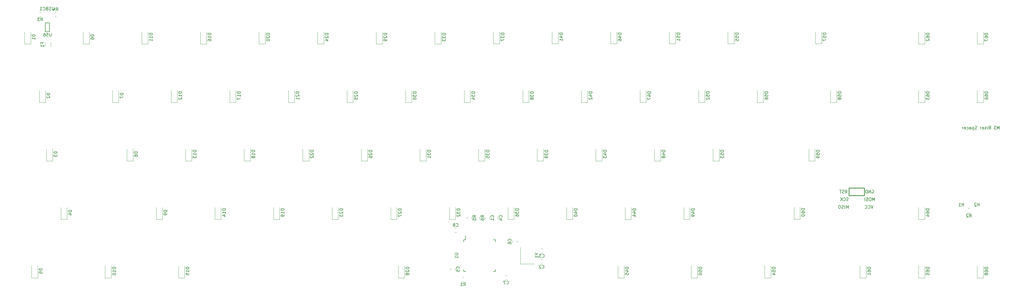
<source format=gbr>
G04 #@! TF.GenerationSoftware,KiCad,Pcbnew,(5.1.12)-1*
G04 #@! TF.CreationDate,2021-11-30T17:05:59-08:00*
G04 #@! TF.ProjectId,oled68 pcb,6f6c6564-3638-4207-9063-622e6b696361,rev?*
G04 #@! TF.SameCoordinates,Original*
G04 #@! TF.FileFunction,Legend,Bot*
G04 #@! TF.FilePolarity,Positive*
%FSLAX46Y46*%
G04 Gerber Fmt 4.6, Leading zero omitted, Abs format (unit mm)*
G04 Created by KiCad (PCBNEW (5.1.12)-1) date 2021-11-30 17:05:59*
%MOMM*%
%LPD*%
G01*
G04 APERTURE LIST*
%ADD10C,0.150000*%
%ADD11C,0.120000*%
%ADD12C,0.250000*%
G04 APERTURE END LIST*
D10*
X-11194800Y-112871500D02*
X-10619800Y-112871500D01*
X-11194800Y-123221500D02*
X-10519800Y-123221500D01*
X-844800Y-123221500D02*
X-1519800Y-123221500D01*
X-844800Y-112871500D02*
X-1519800Y-112871500D01*
X-11194800Y-112871500D02*
X-11194800Y-113546500D01*
X-844800Y-112871500D02*
X-844800Y-113546500D01*
X-844800Y-123221500D02*
X-844800Y-122546500D01*
X-11194800Y-123221500D02*
X-11194800Y-122546500D01*
X-10619800Y-112871500D02*
X-10619800Y-111596500D01*
D11*
X11794700Y-120757000D02*
X7294700Y-120757000D01*
X7294700Y-120757000D02*
X7294700Y-115357000D01*
D10*
X-147131800Y-42271000D02*
X-147131800Y-45171000D01*
X-147131800Y-42271000D02*
X-145831800Y-42271000D01*
X-145831800Y-42271000D02*
X-145831800Y-45171000D01*
X-145831800Y-45171000D02*
X-147131800Y-45171000D01*
D11*
X-5983300Y-106002064D02*
X-5983300Y-105547936D01*
X-7453300Y-106002064D02*
X-7453300Y-105547936D01*
X-8586800Y-106002064D02*
X-8586800Y-105547936D01*
X-10056800Y-106002064D02*
X-10056800Y-105547936D01*
X-143603736Y-38795000D02*
X-144057864Y-38795000D01*
X-143603736Y-40265000D02*
X-144057864Y-40265000D01*
X-149065364Y-40265000D02*
X-148611236Y-40265000D01*
X-149065364Y-38795000D02*
X-148611236Y-38795000D01*
X152766136Y-104146000D02*
X153220264Y-104146000D01*
X152766136Y-102676000D02*
X153220264Y-102676000D01*
X-11628364Y-126528500D02*
X-11174236Y-126528500D01*
X-11628364Y-125058500D02*
X-11174236Y-125058500D01*
D12*
X114035200Y-96008500D02*
X114035200Y-98508500D01*
X119035200Y-96008500D02*
X114035200Y-96008500D01*
X119035200Y-98508500D02*
X119035200Y-96008500D01*
X114035200Y-98508500D02*
X119035200Y-98508500D01*
D11*
X-145388300Y-48743436D02*
X-145388300Y-49947564D01*
X-147208300Y-48743436D02*
X-147208300Y-49947564D01*
X157723700Y-125345000D02*
X155723700Y-125345000D01*
X155723700Y-125345000D02*
X155723700Y-121445000D01*
X157723700Y-125345000D02*
X157723700Y-121445000D01*
X157723700Y-49145000D02*
X155723700Y-49145000D01*
X155723700Y-49145000D02*
X155723700Y-45245000D01*
X157723700Y-49145000D02*
X157723700Y-45245000D01*
X157723700Y-68195000D02*
X155723700Y-68195000D01*
X155723700Y-68195000D02*
X155723700Y-64295000D01*
X157723700Y-68195000D02*
X157723700Y-64295000D01*
X138673700Y-125345000D02*
X136673700Y-125345000D01*
X136673700Y-125345000D02*
X136673700Y-121445000D01*
X138673700Y-125345000D02*
X138673700Y-121445000D01*
X138673700Y-106269600D02*
X136673700Y-106269600D01*
X136673700Y-106269600D02*
X136673700Y-102369600D01*
X138673700Y-106269600D02*
X138673700Y-102369600D01*
X138673700Y-68195000D02*
X136673700Y-68195000D01*
X136673700Y-68195000D02*
X136673700Y-64295000D01*
X138673700Y-68195000D02*
X138673700Y-64295000D01*
X138673700Y-49145000D02*
X136673700Y-49145000D01*
X136673700Y-49145000D02*
X136673700Y-45245000D01*
X138673700Y-49145000D02*
X138673700Y-45245000D01*
X119623700Y-125345000D02*
X117623700Y-125345000D01*
X117623700Y-125345000D02*
X117623700Y-121445000D01*
X119623700Y-125345000D02*
X119623700Y-121445000D01*
X98160700Y-106232500D02*
X96160700Y-106232500D01*
X96160700Y-106232500D02*
X96160700Y-102332500D01*
X98160700Y-106232500D02*
X98160700Y-102332500D01*
X102986700Y-87245000D02*
X100986700Y-87245000D01*
X100986700Y-87245000D02*
X100986700Y-83345000D01*
X102986700Y-87245000D02*
X102986700Y-83345000D01*
X110035200Y-68195000D02*
X108035200Y-68195000D01*
X108035200Y-68195000D02*
X108035200Y-64295000D01*
X110035200Y-68195000D02*
X110035200Y-64295000D01*
X105145700Y-49082500D02*
X103145700Y-49082500D01*
X103145700Y-49082500D02*
X103145700Y-45182500D01*
X105145700Y-49082500D02*
X105145700Y-45182500D01*
X86222700Y-68195000D02*
X84222700Y-68195000D01*
X84222700Y-68195000D02*
X84222700Y-64295000D01*
X86222700Y-68195000D02*
X86222700Y-64295000D01*
X76697700Y-49082500D02*
X74697700Y-49082500D01*
X74697700Y-49082500D02*
X74697700Y-45182500D01*
X76697700Y-49082500D02*
X76697700Y-45182500D01*
X88635700Y-125345000D02*
X86635700Y-125345000D01*
X86635700Y-125345000D02*
X86635700Y-121445000D01*
X88635700Y-125345000D02*
X88635700Y-121445000D01*
X71871700Y-87245000D02*
X69871700Y-87245000D01*
X69871700Y-87245000D02*
X69871700Y-83345000D01*
X71871700Y-87245000D02*
X71871700Y-83345000D01*
X67172700Y-68195000D02*
X65172700Y-68195000D01*
X65172700Y-68195000D02*
X65172700Y-64295000D01*
X67172700Y-68195000D02*
X67172700Y-64295000D01*
X57647700Y-49082500D02*
X55647700Y-49082500D01*
X55647700Y-49082500D02*
X55647700Y-45182500D01*
X57647700Y-49082500D02*
X57647700Y-45182500D01*
X64759700Y-125345000D02*
X62759700Y-125345000D01*
X62759700Y-125345000D02*
X62759700Y-121445000D01*
X64759700Y-125345000D02*
X64759700Y-121445000D01*
X62346700Y-106296000D02*
X60346700Y-106296000D01*
X60346700Y-106296000D02*
X60346700Y-102396000D01*
X62346700Y-106296000D02*
X62346700Y-102396000D01*
X52821700Y-87245000D02*
X50821700Y-87245000D01*
X50821700Y-87245000D02*
X50821700Y-83345000D01*
X52821700Y-87245000D02*
X52821700Y-83345000D01*
X48122700Y-68195000D02*
X46122700Y-68195000D01*
X46122700Y-68195000D02*
X46122700Y-64295000D01*
X48122700Y-68195000D02*
X48122700Y-64295000D01*
X38597700Y-49081500D02*
X36597700Y-49081500D01*
X36597700Y-49081500D02*
X36597700Y-45181500D01*
X38597700Y-49081500D02*
X38597700Y-45181500D01*
X40947200Y-125345000D02*
X38947200Y-125345000D01*
X38947200Y-125345000D02*
X38947200Y-121445000D01*
X40947200Y-125345000D02*
X40947200Y-121445000D01*
X43296700Y-106296000D02*
X41296700Y-106296000D01*
X41296700Y-106296000D02*
X41296700Y-102396000D01*
X43296700Y-106296000D02*
X43296700Y-102396000D01*
X33771700Y-87245000D02*
X31771700Y-87245000D01*
X31771700Y-87245000D02*
X31771700Y-83345000D01*
X33771700Y-87245000D02*
X33771700Y-83345000D01*
X29072700Y-68195000D02*
X27072700Y-68195000D01*
X27072700Y-68195000D02*
X27072700Y-64295000D01*
X29072700Y-68195000D02*
X29072700Y-64295000D01*
X19547700Y-49081500D02*
X17547700Y-49081500D01*
X17547700Y-49081500D02*
X17547700Y-45181500D01*
X19547700Y-49081500D02*
X19547700Y-45181500D01*
X24246700Y-106295000D02*
X22246700Y-106295000D01*
X22246700Y-106295000D02*
X22246700Y-102395000D01*
X24246700Y-106295000D02*
X24246700Y-102395000D01*
X14721700Y-87245000D02*
X12721700Y-87245000D01*
X12721700Y-87245000D02*
X12721700Y-83345000D01*
X14721700Y-87245000D02*
X14721700Y-83345000D01*
X10022700Y-68195000D02*
X8022700Y-68195000D01*
X8022700Y-68195000D02*
X8022700Y-64295000D01*
X10022700Y-68195000D02*
X10022700Y-64295000D01*
X497700Y-49081500D02*
X-1502300Y-49081500D01*
X-1502300Y-49081500D02*
X-1502300Y-45181500D01*
X497700Y-49081500D02*
X497700Y-45181500D01*
X5196700Y-106296000D02*
X3196700Y-106296000D01*
X3196700Y-106296000D02*
X3196700Y-102396000D01*
X5196700Y-106296000D02*
X5196700Y-102396000D01*
X-4328300Y-87245000D02*
X-6328300Y-87245000D01*
X-6328300Y-87245000D02*
X-6328300Y-83345000D01*
X-4328300Y-87245000D02*
X-4328300Y-83345000D01*
X-9027300Y-68195000D02*
X-11027300Y-68195000D01*
X-11027300Y-68195000D02*
X-11027300Y-64295000D01*
X-9027300Y-68195000D02*
X-9027300Y-64295000D01*
X-18552300Y-49145000D02*
X-20552300Y-49145000D01*
X-20552300Y-49145000D02*
X-20552300Y-45245000D01*
X-18552300Y-49145000D02*
X-18552300Y-45245000D01*
X-13853300Y-106296000D02*
X-15853300Y-106296000D01*
X-15853300Y-106296000D02*
X-15853300Y-102396000D01*
X-13853300Y-106296000D02*
X-13853300Y-102396000D01*
X-23378300Y-87245000D02*
X-25378300Y-87245000D01*
X-25378300Y-87245000D02*
X-25378300Y-83345000D01*
X-23378300Y-87245000D02*
X-23378300Y-83345000D01*
X-28077300Y-68195000D02*
X-30077300Y-68195000D01*
X-30077300Y-68195000D02*
X-30077300Y-64295000D01*
X-28077300Y-68195000D02*
X-28077300Y-64295000D01*
X-37602300Y-49145000D02*
X-39602300Y-49145000D01*
X-39602300Y-49145000D02*
X-39602300Y-45245000D01*
X-37602300Y-49145000D02*
X-37602300Y-45245000D01*
X-30426800Y-125347000D02*
X-32426800Y-125347000D01*
X-32426800Y-125347000D02*
X-32426800Y-121447000D01*
X-30426800Y-125347000D02*
X-30426800Y-121447000D01*
X-32903300Y-106295000D02*
X-34903300Y-106295000D01*
X-34903300Y-106295000D02*
X-34903300Y-102395000D01*
X-32903300Y-106295000D02*
X-32903300Y-102395000D01*
X-42428300Y-87245000D02*
X-44428300Y-87245000D01*
X-44428300Y-87245000D02*
X-44428300Y-83345000D01*
X-42428300Y-87245000D02*
X-42428300Y-83345000D01*
X-47127300Y-68195000D02*
X-49127300Y-68195000D01*
X-49127300Y-68195000D02*
X-49127300Y-64295000D01*
X-47127300Y-68195000D02*
X-47127300Y-64295000D01*
X-56652300Y-49145000D02*
X-58652300Y-49145000D01*
X-58652300Y-49145000D02*
X-58652300Y-45245000D01*
X-56652300Y-49145000D02*
X-56652300Y-45245000D01*
X-51953300Y-106295000D02*
X-53953300Y-106295000D01*
X-53953300Y-106295000D02*
X-53953300Y-102395000D01*
X-51953300Y-106295000D02*
X-51953300Y-102395000D01*
X-61478300Y-87245000D02*
X-63478300Y-87245000D01*
X-63478300Y-87245000D02*
X-63478300Y-83345000D01*
X-61478300Y-87245000D02*
X-61478300Y-83345000D01*
X-66177300Y-68195000D02*
X-68177300Y-68195000D01*
X-68177300Y-68195000D02*
X-68177300Y-64295000D01*
X-66177300Y-68195000D02*
X-66177300Y-64295000D01*
X-75702300Y-49145000D02*
X-77702300Y-49145000D01*
X-77702300Y-49145000D02*
X-77702300Y-45245000D01*
X-75702300Y-49145000D02*
X-75702300Y-45245000D01*
X-71003300Y-106296000D02*
X-73003300Y-106296000D01*
X-73003300Y-106296000D02*
X-73003300Y-102396000D01*
X-71003300Y-106296000D02*
X-71003300Y-102396000D01*
X-80528300Y-87245000D02*
X-82528300Y-87245000D01*
X-82528300Y-87245000D02*
X-82528300Y-83345000D01*
X-80528300Y-87245000D02*
X-80528300Y-83345000D01*
X-85227300Y-68195000D02*
X-87227300Y-68195000D01*
X-87227300Y-68195000D02*
X-87227300Y-64295000D01*
X-85227300Y-68195000D02*
X-85227300Y-64295000D01*
X-94752300Y-49145000D02*
X-96752300Y-49145000D01*
X-96752300Y-49145000D02*
X-96752300Y-45245000D01*
X-94752300Y-49145000D02*
X-94752300Y-45245000D01*
X-101927800Y-125345000D02*
X-103927800Y-125345000D01*
X-103927800Y-125345000D02*
X-103927800Y-121445000D01*
X-101927800Y-125345000D02*
X-101927800Y-121445000D01*
X-90053300Y-106295000D02*
X-92053300Y-106295000D01*
X-92053300Y-106295000D02*
X-92053300Y-102395000D01*
X-90053300Y-106295000D02*
X-90053300Y-102395000D01*
X-99578300Y-87245000D02*
X-101578300Y-87245000D01*
X-101578300Y-87245000D02*
X-101578300Y-83345000D01*
X-99578300Y-87245000D02*
X-99578300Y-83345000D01*
X-104277300Y-68195000D02*
X-106277300Y-68195000D01*
X-106277300Y-68195000D02*
X-106277300Y-64295000D01*
X-104277300Y-68195000D02*
X-104277300Y-64295000D01*
X-113802300Y-49145000D02*
X-115802300Y-49145000D01*
X-115802300Y-49145000D02*
X-115802300Y-45245000D01*
X-113802300Y-49145000D02*
X-113802300Y-45245000D01*
X-125740300Y-125345000D02*
X-127740300Y-125345000D01*
X-127740300Y-125345000D02*
X-127740300Y-121445000D01*
X-125740300Y-125345000D02*
X-125740300Y-121445000D01*
X-109103300Y-106295000D02*
X-111103300Y-106295000D01*
X-111103300Y-106295000D02*
X-111103300Y-102395000D01*
X-109103300Y-106295000D02*
X-109103300Y-102395000D01*
X-118628300Y-87245000D02*
X-120628300Y-87245000D01*
X-120628300Y-87245000D02*
X-120628300Y-83345000D01*
X-118628300Y-87245000D02*
X-118628300Y-83345000D01*
X-123327300Y-68195000D02*
X-125327300Y-68195000D01*
X-125327300Y-68195000D02*
X-125327300Y-64295000D01*
X-123327300Y-68195000D02*
X-123327300Y-64295000D01*
X-132852300Y-49145000D02*
X-134852300Y-49145000D01*
X-134852300Y-49145000D02*
X-134852300Y-45245000D01*
X-132852300Y-49145000D02*
X-132852300Y-45245000D01*
X-149616300Y-125345000D02*
X-151616300Y-125345000D01*
X-151616300Y-125345000D02*
X-151616300Y-121445000D01*
X-149616300Y-125345000D02*
X-149616300Y-121445000D01*
X-140091300Y-106295000D02*
X-142091300Y-106295000D01*
X-142091300Y-106295000D02*
X-142091300Y-102395000D01*
X-140091300Y-106295000D02*
X-140091300Y-102395000D01*
X-144790300Y-87245000D02*
X-146790300Y-87245000D01*
X-146790300Y-87245000D02*
X-146790300Y-83345000D01*
X-144790300Y-87245000D02*
X-144790300Y-83345000D01*
X-147139800Y-68195000D02*
X-149139800Y-68195000D01*
X-149139800Y-68195000D02*
X-149139800Y-64295000D01*
X-147139800Y-68195000D02*
X-147139800Y-64295000D01*
X-151902300Y-49145000D02*
X-151902300Y-45245000D01*
X-153902300Y-49145000D02*
X-153902300Y-45245000D01*
X-151902300Y-49145000D02*
X-153902300Y-49145000D01*
X-13545008Y-109084440D02*
X-14067512Y-109084440D01*
X-13545008Y-110554440D02*
X-14067512Y-110554440D01*
X2333448Y-125957000D02*
X2855952Y-125957000D01*
X2333448Y-124487000D02*
X2855952Y-124487000D01*
X4738700Y-113213248D02*
X4738700Y-113735752D01*
X6208700Y-113213248D02*
X6208700Y-113735752D01*
X-13984300Y-122752752D02*
X-13984300Y-122230248D01*
X-15454300Y-122752752D02*
X-15454300Y-122230248D01*
X-77800Y-106010252D02*
X-77800Y-105487748D01*
X-1547800Y-106010252D02*
X-1547800Y-105487748D01*
X13946948Y-117227000D02*
X14469452Y-117227000D01*
X13946948Y-115757000D02*
X14469452Y-115757000D01*
X13862948Y-120783000D02*
X14385452Y-120783000D01*
X13862948Y-119313000D02*
X14385452Y-119313000D01*
X-2808300Y-106073752D02*
X-2808300Y-105551248D01*
X-4278300Y-106073752D02*
X-4278300Y-105551248D01*
D10*
X-14017419Y-117284595D02*
X-13207895Y-117284595D01*
X-13112657Y-117332214D01*
X-13065038Y-117379833D01*
X-13017419Y-117475071D01*
X-13017419Y-117665547D01*
X-13065038Y-117760785D01*
X-13112657Y-117808404D01*
X-13207895Y-117856023D01*
X-14017419Y-117856023D01*
X-13017419Y-118856023D02*
X-13017419Y-118284595D01*
X-13017419Y-118570309D02*
X-14017419Y-118570309D01*
X-13874561Y-118475071D01*
X-13779323Y-118379833D01*
X-13731704Y-118284595D01*
X162921200Y-76897380D02*
X162921200Y-75897380D01*
X162587866Y-76611666D01*
X162254533Y-75897380D01*
X162254533Y-76897380D01*
X161873580Y-75897380D02*
X161254533Y-75897380D01*
X161587866Y-76278333D01*
X161445009Y-76278333D01*
X161349771Y-76325952D01*
X161302152Y-76373571D01*
X161254533Y-76468809D01*
X161254533Y-76706904D01*
X161302152Y-76802142D01*
X161349771Y-76849761D01*
X161445009Y-76897380D01*
X161730723Y-76897380D01*
X161825961Y-76849761D01*
X161873580Y-76802142D01*
X159492628Y-76897380D02*
X159825961Y-76421190D01*
X160064057Y-76897380D02*
X160064057Y-75897380D01*
X159683104Y-75897380D01*
X159587866Y-75945000D01*
X159540247Y-75992619D01*
X159492628Y-76087857D01*
X159492628Y-76230714D01*
X159540247Y-76325952D01*
X159587866Y-76373571D01*
X159683104Y-76421190D01*
X160064057Y-76421190D01*
X159064057Y-76897380D02*
X159064057Y-76230714D01*
X159064057Y-75897380D02*
X159111676Y-75945000D01*
X159064057Y-75992619D01*
X159016438Y-75945000D01*
X159064057Y-75897380D01*
X159064057Y-75992619D01*
X158635485Y-76849761D02*
X158540247Y-76897380D01*
X158349771Y-76897380D01*
X158254533Y-76849761D01*
X158206914Y-76754523D01*
X158206914Y-76706904D01*
X158254533Y-76611666D01*
X158349771Y-76564047D01*
X158492628Y-76564047D01*
X158587866Y-76516428D01*
X158635485Y-76421190D01*
X158635485Y-76373571D01*
X158587866Y-76278333D01*
X158492628Y-76230714D01*
X158349771Y-76230714D01*
X158254533Y-76278333D01*
X157397390Y-76849761D02*
X157492628Y-76897380D01*
X157683104Y-76897380D01*
X157778342Y-76849761D01*
X157825961Y-76754523D01*
X157825961Y-76373571D01*
X157778342Y-76278333D01*
X157683104Y-76230714D01*
X157492628Y-76230714D01*
X157397390Y-76278333D01*
X157349771Y-76373571D01*
X157349771Y-76468809D01*
X157825961Y-76564047D01*
X156921200Y-76897380D02*
X156921200Y-76230714D01*
X156921200Y-76421190D02*
X156873580Y-76325952D01*
X156825961Y-76278333D01*
X156730723Y-76230714D01*
X156635485Y-76230714D01*
X155587866Y-76849761D02*
X155445009Y-76897380D01*
X155206914Y-76897380D01*
X155111676Y-76849761D01*
X155064057Y-76802142D01*
X155016438Y-76706904D01*
X155016438Y-76611666D01*
X155064057Y-76516428D01*
X155111676Y-76468809D01*
X155206914Y-76421190D01*
X155397390Y-76373571D01*
X155492628Y-76325952D01*
X155540247Y-76278333D01*
X155587866Y-76183095D01*
X155587866Y-76087857D01*
X155540247Y-75992619D01*
X155492628Y-75945000D01*
X155397390Y-75897380D01*
X155159295Y-75897380D01*
X155016438Y-75945000D01*
X154587866Y-76230714D02*
X154587866Y-77230714D01*
X154587866Y-76278333D02*
X154492628Y-76230714D01*
X154302152Y-76230714D01*
X154206914Y-76278333D01*
X154159295Y-76325952D01*
X154111676Y-76421190D01*
X154111676Y-76706904D01*
X154159295Y-76802142D01*
X154206914Y-76849761D01*
X154302152Y-76897380D01*
X154492628Y-76897380D01*
X154587866Y-76849761D01*
X153254533Y-76897380D02*
X153254533Y-76373571D01*
X153302152Y-76278333D01*
X153397390Y-76230714D01*
X153587866Y-76230714D01*
X153683104Y-76278333D01*
X153254533Y-76849761D02*
X153349771Y-76897380D01*
X153587866Y-76897380D01*
X153683104Y-76849761D01*
X153730723Y-76754523D01*
X153730723Y-76659285D01*
X153683104Y-76564047D01*
X153587866Y-76516428D01*
X153349771Y-76516428D01*
X153254533Y-76468809D01*
X152349771Y-76849761D02*
X152445009Y-76897380D01*
X152635485Y-76897380D01*
X152730723Y-76849761D01*
X152778342Y-76802142D01*
X152825961Y-76706904D01*
X152825961Y-76421190D01*
X152778342Y-76325952D01*
X152730723Y-76278333D01*
X152635485Y-76230714D01*
X152445009Y-76230714D01*
X152349771Y-76278333D01*
X151540247Y-76849761D02*
X151635485Y-76897380D01*
X151825961Y-76897380D01*
X151921200Y-76849761D01*
X151968819Y-76754523D01*
X151968819Y-76373571D01*
X151921200Y-76278333D01*
X151825961Y-76230714D01*
X151635485Y-76230714D01*
X151540247Y-76278333D01*
X151492628Y-76373571D01*
X151492628Y-76468809D01*
X151968819Y-76564047D01*
X151064057Y-76897380D02*
X151064057Y-76230714D01*
X151064057Y-76421190D02*
X151016438Y-76325952D01*
X150968819Y-76278333D01*
X150873580Y-76230714D01*
X150778342Y-76230714D01*
X156406104Y-101937380D02*
X156406104Y-100937380D01*
X156406104Y-101413571D02*
X155834676Y-101413571D01*
X155834676Y-101937380D02*
X155834676Y-100937380D01*
X155406104Y-101032619D02*
X155358485Y-100985000D01*
X155263247Y-100937380D01*
X155025152Y-100937380D01*
X154929914Y-100985000D01*
X154882295Y-101032619D01*
X154834676Y-101127857D01*
X154834676Y-101223095D01*
X154882295Y-101365952D01*
X155453723Y-101937380D01*
X154834676Y-101937380D01*
X151326104Y-101937380D02*
X151326104Y-100937380D01*
X151326104Y-101413571D02*
X150754676Y-101413571D01*
X150754676Y-101937380D02*
X150754676Y-100937380D01*
X149754676Y-101937380D02*
X150326104Y-101937380D01*
X150040390Y-101937380D02*
X150040390Y-100937380D01*
X150135628Y-101080238D01*
X150230866Y-101175476D01*
X150326104Y-101223095D01*
X12570890Y-117580809D02*
X13047080Y-117580809D01*
X12047080Y-117247476D02*
X12570890Y-117580809D01*
X12047080Y-117914142D01*
X13047080Y-118771285D02*
X13047080Y-118199857D01*
X13047080Y-118485571D02*
X12047080Y-118485571D01*
X12189938Y-118390333D01*
X12285176Y-118295095D01*
X12332795Y-118199857D01*
X-144314204Y-37117380D02*
X-144314204Y-37926904D01*
X-144361823Y-38022142D01*
X-144409442Y-38069761D01*
X-144504680Y-38117380D01*
X-144695157Y-38117380D01*
X-144790395Y-38069761D01*
X-144838014Y-38022142D01*
X-144885633Y-37926904D01*
X-144885633Y-37117380D01*
X-145314204Y-38069761D02*
X-145457061Y-38117380D01*
X-145695157Y-38117380D01*
X-145790395Y-38069761D01*
X-145838014Y-38022142D01*
X-145885633Y-37926904D01*
X-145885633Y-37831666D01*
X-145838014Y-37736428D01*
X-145790395Y-37688809D01*
X-145695157Y-37641190D01*
X-145504680Y-37593571D01*
X-145409442Y-37545952D01*
X-145361823Y-37498333D01*
X-145314204Y-37403095D01*
X-145314204Y-37307857D01*
X-145361823Y-37212619D01*
X-145409442Y-37165000D01*
X-145504680Y-37117380D01*
X-145742776Y-37117380D01*
X-145885633Y-37165000D01*
X-146647538Y-37593571D02*
X-146790395Y-37641190D01*
X-146838014Y-37688809D01*
X-146885633Y-37784047D01*
X-146885633Y-37926904D01*
X-146838014Y-38022142D01*
X-146790395Y-38069761D01*
X-146695157Y-38117380D01*
X-146314204Y-38117380D01*
X-146314204Y-37117380D01*
X-146647538Y-37117380D01*
X-146742776Y-37165000D01*
X-146790395Y-37212619D01*
X-146838014Y-37307857D01*
X-146838014Y-37403095D01*
X-146790395Y-37498333D01*
X-146742776Y-37545952D01*
X-146647538Y-37593571D01*
X-146314204Y-37593571D01*
X-147885633Y-38022142D02*
X-147838014Y-38069761D01*
X-147695157Y-38117380D01*
X-147599919Y-38117380D01*
X-147457061Y-38069761D01*
X-147361823Y-37974523D01*
X-147314204Y-37879285D01*
X-147266585Y-37688809D01*
X-147266585Y-37545952D01*
X-147314204Y-37355476D01*
X-147361823Y-37260238D01*
X-147457061Y-37165000D01*
X-147599919Y-37117380D01*
X-147695157Y-37117380D01*
X-147838014Y-37165000D01*
X-147885633Y-37212619D01*
X-148838014Y-38117380D02*
X-148266585Y-38117380D01*
X-148552300Y-38117380D02*
X-148552300Y-37117380D01*
X-148457061Y-37260238D01*
X-148361823Y-37355476D01*
X-148266585Y-37403095D01*
X-145243704Y-45623380D02*
X-145243704Y-46432904D01*
X-145291323Y-46528142D01*
X-145338942Y-46575761D01*
X-145434180Y-46623380D01*
X-145624657Y-46623380D01*
X-145719895Y-46575761D01*
X-145767514Y-46528142D01*
X-145815133Y-46432904D01*
X-145815133Y-45623380D01*
X-146767514Y-45623380D02*
X-146291323Y-45623380D01*
X-146243704Y-46099571D01*
X-146291323Y-46051952D01*
X-146386561Y-46004333D01*
X-146624657Y-46004333D01*
X-146719895Y-46051952D01*
X-146767514Y-46099571D01*
X-146815133Y-46194809D01*
X-146815133Y-46432904D01*
X-146767514Y-46528142D01*
X-146719895Y-46575761D01*
X-146624657Y-46623380D01*
X-146386561Y-46623380D01*
X-146291323Y-46575761D01*
X-146243704Y-46528142D01*
X-147672276Y-45623380D02*
X-147481800Y-45623380D01*
X-147386561Y-45671000D01*
X-147338942Y-45718619D01*
X-147243704Y-45861476D01*
X-147196085Y-46051952D01*
X-147196085Y-46432904D01*
X-147243704Y-46528142D01*
X-147291323Y-46575761D01*
X-147386561Y-46623380D01*
X-147577038Y-46623380D01*
X-147672276Y-46575761D01*
X-147719895Y-46528142D01*
X-147767514Y-46432904D01*
X-147767514Y-46194809D01*
X-147719895Y-46099571D01*
X-147672276Y-46051952D01*
X-147577038Y-46004333D01*
X-147386561Y-46004333D01*
X-147291323Y-46051952D01*
X-147243704Y-46099571D01*
X-147196085Y-46194809D01*
X-4615919Y-105608333D02*
X-5092109Y-105275000D01*
X-4615919Y-105036904D02*
X-5615919Y-105036904D01*
X-5615919Y-105417857D01*
X-5568300Y-105513095D01*
X-5520680Y-105560714D01*
X-5425442Y-105608333D01*
X-5282585Y-105608333D01*
X-5187347Y-105560714D01*
X-5139728Y-105513095D01*
X-5092109Y-105417857D01*
X-5092109Y-105036904D01*
X-5615919Y-106465476D02*
X-5615919Y-106275000D01*
X-5568300Y-106179761D01*
X-5520680Y-106132142D01*
X-5377823Y-106036904D01*
X-5187347Y-105989285D01*
X-4806395Y-105989285D01*
X-4711157Y-106036904D01*
X-4663538Y-106084523D01*
X-4615919Y-106179761D01*
X-4615919Y-106370238D01*
X-4663538Y-106465476D01*
X-4711157Y-106513095D01*
X-4806395Y-106560714D01*
X-5044490Y-106560714D01*
X-5139728Y-106513095D01*
X-5187347Y-106465476D01*
X-5234966Y-106370238D01*
X-5234966Y-106179761D01*
X-5187347Y-106084523D01*
X-5139728Y-106036904D01*
X-5044490Y-105989285D01*
X-7219419Y-105608333D02*
X-7695609Y-105275000D01*
X-7219419Y-105036904D02*
X-8219419Y-105036904D01*
X-8219419Y-105417857D01*
X-8171800Y-105513095D01*
X-8124180Y-105560714D01*
X-8028942Y-105608333D01*
X-7886085Y-105608333D01*
X-7790847Y-105560714D01*
X-7743228Y-105513095D01*
X-7695609Y-105417857D01*
X-7695609Y-105036904D01*
X-8219419Y-106513095D02*
X-8219419Y-106036904D01*
X-7743228Y-105989285D01*
X-7790847Y-106036904D01*
X-7838466Y-106132142D01*
X-7838466Y-106370238D01*
X-7790847Y-106465476D01*
X-7743228Y-106513095D01*
X-7647990Y-106560714D01*
X-7409895Y-106560714D01*
X-7314657Y-106513095D01*
X-7267038Y-106465476D01*
X-7219419Y-106370238D01*
X-7219419Y-106132142D01*
X-7267038Y-106036904D01*
X-7314657Y-105989285D01*
X-143664133Y-38332380D02*
X-143330800Y-37856190D01*
X-143092704Y-38332380D02*
X-143092704Y-37332380D01*
X-143473657Y-37332380D01*
X-143568895Y-37380000D01*
X-143616514Y-37427619D01*
X-143664133Y-37522857D01*
X-143664133Y-37665714D01*
X-143616514Y-37760952D01*
X-143568895Y-37808571D01*
X-143473657Y-37856190D01*
X-143092704Y-37856190D01*
X-144521276Y-37665714D02*
X-144521276Y-38332380D01*
X-144283180Y-37284761D02*
X-144045085Y-37999047D01*
X-144664133Y-37999047D01*
X-148671633Y-41632380D02*
X-148338300Y-41156190D01*
X-148100204Y-41632380D02*
X-148100204Y-40632380D01*
X-148481157Y-40632380D01*
X-148576395Y-40680000D01*
X-148624014Y-40727619D01*
X-148671633Y-40822857D01*
X-148671633Y-40965714D01*
X-148624014Y-41060952D01*
X-148576395Y-41108571D01*
X-148481157Y-41156190D01*
X-148100204Y-41156190D01*
X-149004966Y-40632380D02*
X-149624014Y-40632380D01*
X-149290680Y-41013333D01*
X-149433538Y-41013333D01*
X-149528776Y-41060952D01*
X-149576395Y-41108571D01*
X-149624014Y-41203809D01*
X-149624014Y-41441904D01*
X-149576395Y-41537142D01*
X-149528776Y-41584761D01*
X-149433538Y-41632380D01*
X-149147823Y-41632380D01*
X-149052585Y-41584761D01*
X-149004966Y-41537142D01*
X153159866Y-105513380D02*
X153493200Y-105037190D01*
X153731295Y-105513380D02*
X153731295Y-104513380D01*
X153350342Y-104513380D01*
X153255104Y-104561000D01*
X153207485Y-104608619D01*
X153159866Y-104703857D01*
X153159866Y-104846714D01*
X153207485Y-104941952D01*
X153255104Y-104989571D01*
X153350342Y-105037190D01*
X153731295Y-105037190D01*
X152778914Y-104608619D02*
X152731295Y-104561000D01*
X152636057Y-104513380D01*
X152397961Y-104513380D01*
X152302723Y-104561000D01*
X152255104Y-104608619D01*
X152207485Y-104703857D01*
X152207485Y-104799095D01*
X152255104Y-104941952D01*
X152826533Y-105513380D01*
X152207485Y-105513380D01*
X-11234633Y-127895880D02*
X-10901300Y-127419690D01*
X-10663204Y-127895880D02*
X-10663204Y-126895880D01*
X-11044157Y-126895880D01*
X-11139395Y-126943500D01*
X-11187014Y-126991119D01*
X-11234633Y-127086357D01*
X-11234633Y-127229214D01*
X-11187014Y-127324452D01*
X-11139395Y-127372071D01*
X-11044157Y-127419690D01*
X-10663204Y-127419690D01*
X-12187014Y-127895880D02*
X-11615585Y-127895880D01*
X-11901300Y-127895880D02*
X-11901300Y-126895880D01*
X-11806061Y-127038738D01*
X-11710823Y-127133976D01*
X-11615585Y-127181595D01*
X121547104Y-96758500D02*
X121642342Y-96710880D01*
X121785200Y-96710880D01*
X121928057Y-96758500D01*
X122023295Y-96853738D01*
X122070914Y-96948976D01*
X122118533Y-97139452D01*
X122118533Y-97282309D01*
X122070914Y-97472785D01*
X122023295Y-97568023D01*
X121928057Y-97663261D01*
X121785200Y-97710880D01*
X121689961Y-97710880D01*
X121547104Y-97663261D01*
X121499485Y-97615642D01*
X121499485Y-97282309D01*
X121689961Y-97282309D01*
X121070914Y-97710880D02*
X121070914Y-96710880D01*
X120499485Y-97710880D01*
X120499485Y-96710880D01*
X120023295Y-97710880D02*
X120023295Y-96710880D01*
X119785200Y-96710880D01*
X119642342Y-96758500D01*
X119547104Y-96853738D01*
X119499485Y-96948976D01*
X119451866Y-97139452D01*
X119451866Y-97282309D01*
X119499485Y-97472785D01*
X119547104Y-97568023D01*
X119642342Y-97663261D01*
X119785200Y-97710880D01*
X120023295Y-97710880D01*
X112832819Y-97710880D02*
X113166152Y-97234690D01*
X113404247Y-97710880D02*
X113404247Y-96710880D01*
X113023295Y-96710880D01*
X112928057Y-96758500D01*
X112880438Y-96806119D01*
X112832819Y-96901357D01*
X112832819Y-97044214D01*
X112880438Y-97139452D01*
X112928057Y-97187071D01*
X113023295Y-97234690D01*
X113404247Y-97234690D01*
X112451866Y-97663261D02*
X112309009Y-97710880D01*
X112070914Y-97710880D01*
X111975676Y-97663261D01*
X111928057Y-97615642D01*
X111880438Y-97520404D01*
X111880438Y-97425166D01*
X111928057Y-97329928D01*
X111975676Y-97282309D01*
X112070914Y-97234690D01*
X112261390Y-97187071D01*
X112356628Y-97139452D01*
X112404247Y-97091833D01*
X112451866Y-96996595D01*
X112451866Y-96901357D01*
X112404247Y-96806119D01*
X112356628Y-96758500D01*
X112261390Y-96710880D01*
X112023295Y-96710880D01*
X111880438Y-96758500D01*
X111594723Y-96710880D02*
X111023295Y-96710880D01*
X111309009Y-97710880D02*
X111309009Y-96710880D01*
X122356628Y-100210880D02*
X122356628Y-99210880D01*
X122023295Y-99925166D01*
X121689961Y-99210880D01*
X121689961Y-100210880D01*
X121023295Y-99210880D02*
X120832819Y-99210880D01*
X120737580Y-99258500D01*
X120642342Y-99353738D01*
X120594723Y-99544214D01*
X120594723Y-99877547D01*
X120642342Y-100068023D01*
X120737580Y-100163261D01*
X120832819Y-100210880D01*
X121023295Y-100210880D01*
X121118533Y-100163261D01*
X121213771Y-100068023D01*
X121261390Y-99877547D01*
X121261390Y-99544214D01*
X121213771Y-99353738D01*
X121118533Y-99258500D01*
X121023295Y-99210880D01*
X120213771Y-100163261D02*
X120070914Y-100210880D01*
X119832819Y-100210880D01*
X119737580Y-100163261D01*
X119689961Y-100115642D01*
X119642342Y-100020404D01*
X119642342Y-99925166D01*
X119689961Y-99829928D01*
X119737580Y-99782309D01*
X119832819Y-99734690D01*
X120023295Y-99687071D01*
X120118533Y-99639452D01*
X120166152Y-99591833D01*
X120213771Y-99496595D01*
X120213771Y-99401357D01*
X120166152Y-99306119D01*
X120118533Y-99258500D01*
X120023295Y-99210880D01*
X119785200Y-99210880D01*
X119642342Y-99258500D01*
X119213771Y-100210880D02*
X119213771Y-99210880D01*
X113820914Y-100163261D02*
X113678057Y-100210880D01*
X113439961Y-100210880D01*
X113344723Y-100163261D01*
X113297104Y-100115642D01*
X113249485Y-100020404D01*
X113249485Y-99925166D01*
X113297104Y-99829928D01*
X113344723Y-99782309D01*
X113439961Y-99734690D01*
X113630438Y-99687071D01*
X113725676Y-99639452D01*
X113773295Y-99591833D01*
X113820914Y-99496595D01*
X113820914Y-99401357D01*
X113773295Y-99306119D01*
X113725676Y-99258500D01*
X113630438Y-99210880D01*
X113392342Y-99210880D01*
X113249485Y-99258500D01*
X112249485Y-100115642D02*
X112297104Y-100163261D01*
X112439961Y-100210880D01*
X112535200Y-100210880D01*
X112678057Y-100163261D01*
X112773295Y-100068023D01*
X112820914Y-99972785D01*
X112868533Y-99782309D01*
X112868533Y-99639452D01*
X112820914Y-99448976D01*
X112773295Y-99353738D01*
X112678057Y-99258500D01*
X112535200Y-99210880D01*
X112439961Y-99210880D01*
X112297104Y-99258500D01*
X112249485Y-99306119D01*
X111820914Y-100210880D02*
X111820914Y-99210880D01*
X111249485Y-100210880D02*
X111678057Y-99639452D01*
X111249485Y-99210880D02*
X111820914Y-99782309D01*
X121868533Y-101710880D02*
X121535200Y-102710880D01*
X121201866Y-101710880D01*
X120297104Y-102615642D02*
X120344723Y-102663261D01*
X120487580Y-102710880D01*
X120582819Y-102710880D01*
X120725676Y-102663261D01*
X120820914Y-102568023D01*
X120868533Y-102472785D01*
X120916152Y-102282309D01*
X120916152Y-102139452D01*
X120868533Y-101948976D01*
X120820914Y-101853738D01*
X120725676Y-101758500D01*
X120582819Y-101710880D01*
X120487580Y-101710880D01*
X120344723Y-101758500D01*
X120297104Y-101806119D01*
X119297104Y-102615642D02*
X119344723Y-102663261D01*
X119487580Y-102710880D01*
X119582819Y-102710880D01*
X119725676Y-102663261D01*
X119820914Y-102568023D01*
X119868533Y-102472785D01*
X119916152Y-102282309D01*
X119916152Y-102139452D01*
X119868533Y-101948976D01*
X119820914Y-101853738D01*
X119725676Y-101758500D01*
X119582819Y-101710880D01*
X119487580Y-101710880D01*
X119344723Y-101758500D01*
X119297104Y-101806119D01*
X113856628Y-102710880D02*
X113856628Y-101710880D01*
X113523295Y-102425166D01*
X113189961Y-101710880D01*
X113189961Y-102710880D01*
X112713771Y-102710880D02*
X112713771Y-101710880D01*
X112285200Y-102663261D02*
X112142342Y-102710880D01*
X111904247Y-102710880D01*
X111809009Y-102663261D01*
X111761390Y-102615642D01*
X111713771Y-102520404D01*
X111713771Y-102425166D01*
X111761390Y-102329928D01*
X111809009Y-102282309D01*
X111904247Y-102234690D01*
X112094723Y-102187071D01*
X112189961Y-102139452D01*
X112237580Y-102091833D01*
X112285200Y-101996595D01*
X112285200Y-101901357D01*
X112237580Y-101806119D01*
X112189961Y-101758500D01*
X112094723Y-101710880D01*
X111856628Y-101710880D01*
X111713771Y-101758500D01*
X111094723Y-101710880D02*
X110904247Y-101710880D01*
X110809009Y-101758500D01*
X110713771Y-101853738D01*
X110666152Y-102044214D01*
X110666152Y-102377547D01*
X110713771Y-102568023D01*
X110809009Y-102663261D01*
X110904247Y-102710880D01*
X111094723Y-102710880D01*
X111189961Y-102663261D01*
X111285200Y-102568023D01*
X111332819Y-102377547D01*
X111332819Y-102044214D01*
X111285200Y-101853738D01*
X111189961Y-101758500D01*
X111094723Y-101710880D01*
X-148189728Y-49012166D02*
X-148189728Y-48678833D01*
X-147665919Y-48678833D02*
X-148665919Y-48678833D01*
X-148665919Y-49155023D01*
X-147665919Y-50059785D02*
X-147665919Y-49488357D01*
X-147665919Y-49774071D02*
X-148665919Y-49774071D01*
X-148523061Y-49678833D01*
X-148427823Y-49583595D01*
X-148380204Y-49488357D01*
X159176080Y-121880714D02*
X158176080Y-121880714D01*
X158176080Y-122118809D01*
X158223700Y-122261666D01*
X158318938Y-122356904D01*
X158414176Y-122404523D01*
X158604652Y-122452142D01*
X158747509Y-122452142D01*
X158937985Y-122404523D01*
X159033223Y-122356904D01*
X159128461Y-122261666D01*
X159176080Y-122118809D01*
X159176080Y-121880714D01*
X158176080Y-123309285D02*
X158176080Y-123118809D01*
X158223700Y-123023571D01*
X158271319Y-122975952D01*
X158414176Y-122880714D01*
X158604652Y-122833095D01*
X158985604Y-122833095D01*
X159080842Y-122880714D01*
X159128461Y-122928333D01*
X159176080Y-123023571D01*
X159176080Y-123214047D01*
X159128461Y-123309285D01*
X159080842Y-123356904D01*
X158985604Y-123404523D01*
X158747509Y-123404523D01*
X158652271Y-123356904D01*
X158604652Y-123309285D01*
X158557033Y-123214047D01*
X158557033Y-123023571D01*
X158604652Y-122928333D01*
X158652271Y-122880714D01*
X158747509Y-122833095D01*
X158604652Y-123975952D02*
X158557033Y-123880714D01*
X158509414Y-123833095D01*
X158414176Y-123785476D01*
X158366557Y-123785476D01*
X158271319Y-123833095D01*
X158223700Y-123880714D01*
X158176080Y-123975952D01*
X158176080Y-124166428D01*
X158223700Y-124261666D01*
X158271319Y-124309285D01*
X158366557Y-124356904D01*
X158414176Y-124356904D01*
X158509414Y-124309285D01*
X158557033Y-124261666D01*
X158604652Y-124166428D01*
X158604652Y-123975952D01*
X158652271Y-123880714D01*
X158699890Y-123833095D01*
X158795128Y-123785476D01*
X158985604Y-123785476D01*
X159080842Y-123833095D01*
X159128461Y-123880714D01*
X159176080Y-123975952D01*
X159176080Y-124166428D01*
X159128461Y-124261666D01*
X159080842Y-124309285D01*
X158985604Y-124356904D01*
X158795128Y-124356904D01*
X158699890Y-124309285D01*
X158652271Y-124261666D01*
X158604652Y-124166428D01*
X159176080Y-45680714D02*
X158176080Y-45680714D01*
X158176080Y-45918809D01*
X158223700Y-46061666D01*
X158318938Y-46156904D01*
X158414176Y-46204523D01*
X158604652Y-46252142D01*
X158747509Y-46252142D01*
X158937985Y-46204523D01*
X159033223Y-46156904D01*
X159128461Y-46061666D01*
X159176080Y-45918809D01*
X159176080Y-45680714D01*
X158176080Y-47109285D02*
X158176080Y-46918809D01*
X158223700Y-46823571D01*
X158271319Y-46775952D01*
X158414176Y-46680714D01*
X158604652Y-46633095D01*
X158985604Y-46633095D01*
X159080842Y-46680714D01*
X159128461Y-46728333D01*
X159176080Y-46823571D01*
X159176080Y-47014047D01*
X159128461Y-47109285D01*
X159080842Y-47156904D01*
X158985604Y-47204523D01*
X158747509Y-47204523D01*
X158652271Y-47156904D01*
X158604652Y-47109285D01*
X158557033Y-47014047D01*
X158557033Y-46823571D01*
X158604652Y-46728333D01*
X158652271Y-46680714D01*
X158747509Y-46633095D01*
X158176080Y-47537857D02*
X158176080Y-48204523D01*
X159176080Y-47775952D01*
X159176080Y-64730714D02*
X158176080Y-64730714D01*
X158176080Y-64968809D01*
X158223700Y-65111666D01*
X158318938Y-65206904D01*
X158414176Y-65254523D01*
X158604652Y-65302142D01*
X158747509Y-65302142D01*
X158937985Y-65254523D01*
X159033223Y-65206904D01*
X159128461Y-65111666D01*
X159176080Y-64968809D01*
X159176080Y-64730714D01*
X158176080Y-66159285D02*
X158176080Y-65968809D01*
X158223700Y-65873571D01*
X158271319Y-65825952D01*
X158414176Y-65730714D01*
X158604652Y-65683095D01*
X158985604Y-65683095D01*
X159080842Y-65730714D01*
X159128461Y-65778333D01*
X159176080Y-65873571D01*
X159176080Y-66064047D01*
X159128461Y-66159285D01*
X159080842Y-66206904D01*
X158985604Y-66254523D01*
X158747509Y-66254523D01*
X158652271Y-66206904D01*
X158604652Y-66159285D01*
X158557033Y-66064047D01*
X158557033Y-65873571D01*
X158604652Y-65778333D01*
X158652271Y-65730714D01*
X158747509Y-65683095D01*
X158176080Y-67111666D02*
X158176080Y-66921190D01*
X158223700Y-66825952D01*
X158271319Y-66778333D01*
X158414176Y-66683095D01*
X158604652Y-66635476D01*
X158985604Y-66635476D01*
X159080842Y-66683095D01*
X159128461Y-66730714D01*
X159176080Y-66825952D01*
X159176080Y-67016428D01*
X159128461Y-67111666D01*
X159080842Y-67159285D01*
X158985604Y-67206904D01*
X158747509Y-67206904D01*
X158652271Y-67159285D01*
X158604652Y-67111666D01*
X158557033Y-67016428D01*
X158557033Y-66825952D01*
X158604652Y-66730714D01*
X158652271Y-66683095D01*
X158747509Y-66635476D01*
X140126080Y-121880714D02*
X139126080Y-121880714D01*
X139126080Y-122118809D01*
X139173700Y-122261666D01*
X139268938Y-122356904D01*
X139364176Y-122404523D01*
X139554652Y-122452142D01*
X139697509Y-122452142D01*
X139887985Y-122404523D01*
X139983223Y-122356904D01*
X140078461Y-122261666D01*
X140126080Y-122118809D01*
X140126080Y-121880714D01*
X139126080Y-123309285D02*
X139126080Y-123118809D01*
X139173700Y-123023571D01*
X139221319Y-122975952D01*
X139364176Y-122880714D01*
X139554652Y-122833095D01*
X139935604Y-122833095D01*
X140030842Y-122880714D01*
X140078461Y-122928333D01*
X140126080Y-123023571D01*
X140126080Y-123214047D01*
X140078461Y-123309285D01*
X140030842Y-123356904D01*
X139935604Y-123404523D01*
X139697509Y-123404523D01*
X139602271Y-123356904D01*
X139554652Y-123309285D01*
X139507033Y-123214047D01*
X139507033Y-123023571D01*
X139554652Y-122928333D01*
X139602271Y-122880714D01*
X139697509Y-122833095D01*
X139126080Y-124309285D02*
X139126080Y-123833095D01*
X139602271Y-123785476D01*
X139554652Y-123833095D01*
X139507033Y-123928333D01*
X139507033Y-124166428D01*
X139554652Y-124261666D01*
X139602271Y-124309285D01*
X139697509Y-124356904D01*
X139935604Y-124356904D01*
X140030842Y-124309285D01*
X140078461Y-124261666D01*
X140126080Y-124166428D01*
X140126080Y-123928333D01*
X140078461Y-123833095D01*
X140030842Y-123785476D01*
X140126080Y-102805314D02*
X139126080Y-102805314D01*
X139126080Y-103043409D01*
X139173700Y-103186266D01*
X139268938Y-103281504D01*
X139364176Y-103329123D01*
X139554652Y-103376742D01*
X139697509Y-103376742D01*
X139887985Y-103329123D01*
X139983223Y-103281504D01*
X140078461Y-103186266D01*
X140126080Y-103043409D01*
X140126080Y-102805314D01*
X139126080Y-104233885D02*
X139126080Y-104043409D01*
X139173700Y-103948171D01*
X139221319Y-103900552D01*
X139364176Y-103805314D01*
X139554652Y-103757695D01*
X139935604Y-103757695D01*
X140030842Y-103805314D01*
X140078461Y-103852933D01*
X140126080Y-103948171D01*
X140126080Y-104138647D01*
X140078461Y-104233885D01*
X140030842Y-104281504D01*
X139935604Y-104329123D01*
X139697509Y-104329123D01*
X139602271Y-104281504D01*
X139554652Y-104233885D01*
X139507033Y-104138647D01*
X139507033Y-103948171D01*
X139554652Y-103852933D01*
X139602271Y-103805314D01*
X139697509Y-103757695D01*
X139459414Y-105186266D02*
X140126080Y-105186266D01*
X139078461Y-104948171D02*
X139792747Y-104710076D01*
X139792747Y-105329123D01*
X140126080Y-64730714D02*
X139126080Y-64730714D01*
X139126080Y-64968809D01*
X139173700Y-65111666D01*
X139268938Y-65206904D01*
X139364176Y-65254523D01*
X139554652Y-65302142D01*
X139697509Y-65302142D01*
X139887985Y-65254523D01*
X139983223Y-65206904D01*
X140078461Y-65111666D01*
X140126080Y-64968809D01*
X140126080Y-64730714D01*
X139126080Y-66159285D02*
X139126080Y-65968809D01*
X139173700Y-65873571D01*
X139221319Y-65825952D01*
X139364176Y-65730714D01*
X139554652Y-65683095D01*
X139935604Y-65683095D01*
X140030842Y-65730714D01*
X140078461Y-65778333D01*
X140126080Y-65873571D01*
X140126080Y-66064047D01*
X140078461Y-66159285D01*
X140030842Y-66206904D01*
X139935604Y-66254523D01*
X139697509Y-66254523D01*
X139602271Y-66206904D01*
X139554652Y-66159285D01*
X139507033Y-66064047D01*
X139507033Y-65873571D01*
X139554652Y-65778333D01*
X139602271Y-65730714D01*
X139697509Y-65683095D01*
X139126080Y-66587857D02*
X139126080Y-67206904D01*
X139507033Y-66873571D01*
X139507033Y-67016428D01*
X139554652Y-67111666D01*
X139602271Y-67159285D01*
X139697509Y-67206904D01*
X139935604Y-67206904D01*
X140030842Y-67159285D01*
X140078461Y-67111666D01*
X140126080Y-67016428D01*
X140126080Y-66730714D01*
X140078461Y-66635476D01*
X140030842Y-66587857D01*
X140126080Y-45680714D02*
X139126080Y-45680714D01*
X139126080Y-45918809D01*
X139173700Y-46061666D01*
X139268938Y-46156904D01*
X139364176Y-46204523D01*
X139554652Y-46252142D01*
X139697509Y-46252142D01*
X139887985Y-46204523D01*
X139983223Y-46156904D01*
X140078461Y-46061666D01*
X140126080Y-45918809D01*
X140126080Y-45680714D01*
X139126080Y-47109285D02*
X139126080Y-46918809D01*
X139173700Y-46823571D01*
X139221319Y-46775952D01*
X139364176Y-46680714D01*
X139554652Y-46633095D01*
X139935604Y-46633095D01*
X140030842Y-46680714D01*
X140078461Y-46728333D01*
X140126080Y-46823571D01*
X140126080Y-47014047D01*
X140078461Y-47109285D01*
X140030842Y-47156904D01*
X139935604Y-47204523D01*
X139697509Y-47204523D01*
X139602271Y-47156904D01*
X139554652Y-47109285D01*
X139507033Y-47014047D01*
X139507033Y-46823571D01*
X139554652Y-46728333D01*
X139602271Y-46680714D01*
X139697509Y-46633095D01*
X139221319Y-47585476D02*
X139173700Y-47633095D01*
X139126080Y-47728333D01*
X139126080Y-47966428D01*
X139173700Y-48061666D01*
X139221319Y-48109285D01*
X139316557Y-48156904D01*
X139411795Y-48156904D01*
X139554652Y-48109285D01*
X140126080Y-47537857D01*
X140126080Y-48156904D01*
X121076080Y-121880714D02*
X120076080Y-121880714D01*
X120076080Y-122118809D01*
X120123700Y-122261666D01*
X120218938Y-122356904D01*
X120314176Y-122404523D01*
X120504652Y-122452142D01*
X120647509Y-122452142D01*
X120837985Y-122404523D01*
X120933223Y-122356904D01*
X121028461Y-122261666D01*
X121076080Y-122118809D01*
X121076080Y-121880714D01*
X120076080Y-123309285D02*
X120076080Y-123118809D01*
X120123700Y-123023571D01*
X120171319Y-122975952D01*
X120314176Y-122880714D01*
X120504652Y-122833095D01*
X120885604Y-122833095D01*
X120980842Y-122880714D01*
X121028461Y-122928333D01*
X121076080Y-123023571D01*
X121076080Y-123214047D01*
X121028461Y-123309285D01*
X120980842Y-123356904D01*
X120885604Y-123404523D01*
X120647509Y-123404523D01*
X120552271Y-123356904D01*
X120504652Y-123309285D01*
X120457033Y-123214047D01*
X120457033Y-123023571D01*
X120504652Y-122928333D01*
X120552271Y-122880714D01*
X120647509Y-122833095D01*
X121076080Y-124356904D02*
X121076080Y-123785476D01*
X121076080Y-124071190D02*
X120076080Y-124071190D01*
X120218938Y-123975952D01*
X120314176Y-123880714D01*
X120361795Y-123785476D01*
X99613080Y-102768214D02*
X98613080Y-102768214D01*
X98613080Y-103006309D01*
X98660700Y-103149166D01*
X98755938Y-103244404D01*
X98851176Y-103292023D01*
X99041652Y-103339642D01*
X99184509Y-103339642D01*
X99374985Y-103292023D01*
X99470223Y-103244404D01*
X99565461Y-103149166D01*
X99613080Y-103006309D01*
X99613080Y-102768214D01*
X98613080Y-104196785D02*
X98613080Y-104006309D01*
X98660700Y-103911071D01*
X98708319Y-103863452D01*
X98851176Y-103768214D01*
X99041652Y-103720595D01*
X99422604Y-103720595D01*
X99517842Y-103768214D01*
X99565461Y-103815833D01*
X99613080Y-103911071D01*
X99613080Y-104101547D01*
X99565461Y-104196785D01*
X99517842Y-104244404D01*
X99422604Y-104292023D01*
X99184509Y-104292023D01*
X99089271Y-104244404D01*
X99041652Y-104196785D01*
X98994033Y-104101547D01*
X98994033Y-103911071D01*
X99041652Y-103815833D01*
X99089271Y-103768214D01*
X99184509Y-103720595D01*
X98613080Y-104911071D02*
X98613080Y-105006309D01*
X98660700Y-105101547D01*
X98708319Y-105149166D01*
X98803557Y-105196785D01*
X98994033Y-105244404D01*
X99232128Y-105244404D01*
X99422604Y-105196785D01*
X99517842Y-105149166D01*
X99565461Y-105101547D01*
X99613080Y-105006309D01*
X99613080Y-104911071D01*
X99565461Y-104815833D01*
X99517842Y-104768214D01*
X99422604Y-104720595D01*
X99232128Y-104672976D01*
X98994033Y-104672976D01*
X98803557Y-104720595D01*
X98708319Y-104768214D01*
X98660700Y-104815833D01*
X98613080Y-104911071D01*
X104439080Y-83780714D02*
X103439080Y-83780714D01*
X103439080Y-84018809D01*
X103486700Y-84161666D01*
X103581938Y-84256904D01*
X103677176Y-84304523D01*
X103867652Y-84352142D01*
X104010509Y-84352142D01*
X104200985Y-84304523D01*
X104296223Y-84256904D01*
X104391461Y-84161666D01*
X104439080Y-84018809D01*
X104439080Y-83780714D01*
X103439080Y-85256904D02*
X103439080Y-84780714D01*
X103915271Y-84733095D01*
X103867652Y-84780714D01*
X103820033Y-84875952D01*
X103820033Y-85114047D01*
X103867652Y-85209285D01*
X103915271Y-85256904D01*
X104010509Y-85304523D01*
X104248604Y-85304523D01*
X104343842Y-85256904D01*
X104391461Y-85209285D01*
X104439080Y-85114047D01*
X104439080Y-84875952D01*
X104391461Y-84780714D01*
X104343842Y-84733095D01*
X104439080Y-85780714D02*
X104439080Y-85971190D01*
X104391461Y-86066428D01*
X104343842Y-86114047D01*
X104200985Y-86209285D01*
X104010509Y-86256904D01*
X103629557Y-86256904D01*
X103534319Y-86209285D01*
X103486700Y-86161666D01*
X103439080Y-86066428D01*
X103439080Y-85875952D01*
X103486700Y-85780714D01*
X103534319Y-85733095D01*
X103629557Y-85685476D01*
X103867652Y-85685476D01*
X103962890Y-85733095D01*
X104010509Y-85780714D01*
X104058128Y-85875952D01*
X104058128Y-86066428D01*
X104010509Y-86161666D01*
X103962890Y-86209285D01*
X103867652Y-86256904D01*
X111487580Y-64730714D02*
X110487580Y-64730714D01*
X110487580Y-64968809D01*
X110535200Y-65111666D01*
X110630438Y-65206904D01*
X110725676Y-65254523D01*
X110916152Y-65302142D01*
X111059009Y-65302142D01*
X111249485Y-65254523D01*
X111344723Y-65206904D01*
X111439961Y-65111666D01*
X111487580Y-64968809D01*
X111487580Y-64730714D01*
X110487580Y-66206904D02*
X110487580Y-65730714D01*
X110963771Y-65683095D01*
X110916152Y-65730714D01*
X110868533Y-65825952D01*
X110868533Y-66064047D01*
X110916152Y-66159285D01*
X110963771Y-66206904D01*
X111059009Y-66254523D01*
X111297104Y-66254523D01*
X111392342Y-66206904D01*
X111439961Y-66159285D01*
X111487580Y-66064047D01*
X111487580Y-65825952D01*
X111439961Y-65730714D01*
X111392342Y-65683095D01*
X110916152Y-66825952D02*
X110868533Y-66730714D01*
X110820914Y-66683095D01*
X110725676Y-66635476D01*
X110678057Y-66635476D01*
X110582819Y-66683095D01*
X110535200Y-66730714D01*
X110487580Y-66825952D01*
X110487580Y-67016428D01*
X110535200Y-67111666D01*
X110582819Y-67159285D01*
X110678057Y-67206904D01*
X110725676Y-67206904D01*
X110820914Y-67159285D01*
X110868533Y-67111666D01*
X110916152Y-67016428D01*
X110916152Y-66825952D01*
X110963771Y-66730714D01*
X111011390Y-66683095D01*
X111106628Y-66635476D01*
X111297104Y-66635476D01*
X111392342Y-66683095D01*
X111439961Y-66730714D01*
X111487580Y-66825952D01*
X111487580Y-67016428D01*
X111439961Y-67111666D01*
X111392342Y-67159285D01*
X111297104Y-67206904D01*
X111106628Y-67206904D01*
X111011390Y-67159285D01*
X110963771Y-67111666D01*
X110916152Y-67016428D01*
X106598080Y-45618214D02*
X105598080Y-45618214D01*
X105598080Y-45856309D01*
X105645700Y-45999166D01*
X105740938Y-46094404D01*
X105836176Y-46142023D01*
X106026652Y-46189642D01*
X106169509Y-46189642D01*
X106359985Y-46142023D01*
X106455223Y-46094404D01*
X106550461Y-45999166D01*
X106598080Y-45856309D01*
X106598080Y-45618214D01*
X105598080Y-47094404D02*
X105598080Y-46618214D01*
X106074271Y-46570595D01*
X106026652Y-46618214D01*
X105979033Y-46713452D01*
X105979033Y-46951547D01*
X106026652Y-47046785D01*
X106074271Y-47094404D01*
X106169509Y-47142023D01*
X106407604Y-47142023D01*
X106502842Y-47094404D01*
X106550461Y-47046785D01*
X106598080Y-46951547D01*
X106598080Y-46713452D01*
X106550461Y-46618214D01*
X106502842Y-46570595D01*
X105598080Y-47475357D02*
X105598080Y-48142023D01*
X106598080Y-47713452D01*
X87675080Y-64730714D02*
X86675080Y-64730714D01*
X86675080Y-64968809D01*
X86722700Y-65111666D01*
X86817938Y-65206904D01*
X86913176Y-65254523D01*
X87103652Y-65302142D01*
X87246509Y-65302142D01*
X87436985Y-65254523D01*
X87532223Y-65206904D01*
X87627461Y-65111666D01*
X87675080Y-64968809D01*
X87675080Y-64730714D01*
X86675080Y-66206904D02*
X86675080Y-65730714D01*
X87151271Y-65683095D01*
X87103652Y-65730714D01*
X87056033Y-65825952D01*
X87056033Y-66064047D01*
X87103652Y-66159285D01*
X87151271Y-66206904D01*
X87246509Y-66254523D01*
X87484604Y-66254523D01*
X87579842Y-66206904D01*
X87627461Y-66159285D01*
X87675080Y-66064047D01*
X87675080Y-65825952D01*
X87627461Y-65730714D01*
X87579842Y-65683095D01*
X86675080Y-67111666D02*
X86675080Y-66921190D01*
X86722700Y-66825952D01*
X86770319Y-66778333D01*
X86913176Y-66683095D01*
X87103652Y-66635476D01*
X87484604Y-66635476D01*
X87579842Y-66683095D01*
X87627461Y-66730714D01*
X87675080Y-66825952D01*
X87675080Y-67016428D01*
X87627461Y-67111666D01*
X87579842Y-67159285D01*
X87484604Y-67206904D01*
X87246509Y-67206904D01*
X87151271Y-67159285D01*
X87103652Y-67111666D01*
X87056033Y-67016428D01*
X87056033Y-66825952D01*
X87103652Y-66730714D01*
X87151271Y-66683095D01*
X87246509Y-66635476D01*
X78150080Y-45618214D02*
X77150080Y-45618214D01*
X77150080Y-45856309D01*
X77197700Y-45999166D01*
X77292938Y-46094404D01*
X77388176Y-46142023D01*
X77578652Y-46189642D01*
X77721509Y-46189642D01*
X77911985Y-46142023D01*
X78007223Y-46094404D01*
X78102461Y-45999166D01*
X78150080Y-45856309D01*
X78150080Y-45618214D01*
X77150080Y-47094404D02*
X77150080Y-46618214D01*
X77626271Y-46570595D01*
X77578652Y-46618214D01*
X77531033Y-46713452D01*
X77531033Y-46951547D01*
X77578652Y-47046785D01*
X77626271Y-47094404D01*
X77721509Y-47142023D01*
X77959604Y-47142023D01*
X78054842Y-47094404D01*
X78102461Y-47046785D01*
X78150080Y-46951547D01*
X78150080Y-46713452D01*
X78102461Y-46618214D01*
X78054842Y-46570595D01*
X77150080Y-48046785D02*
X77150080Y-47570595D01*
X77626271Y-47522976D01*
X77578652Y-47570595D01*
X77531033Y-47665833D01*
X77531033Y-47903928D01*
X77578652Y-47999166D01*
X77626271Y-48046785D01*
X77721509Y-48094404D01*
X77959604Y-48094404D01*
X78054842Y-48046785D01*
X78102461Y-47999166D01*
X78150080Y-47903928D01*
X78150080Y-47665833D01*
X78102461Y-47570595D01*
X78054842Y-47522976D01*
X90088080Y-121880714D02*
X89088080Y-121880714D01*
X89088080Y-122118809D01*
X89135700Y-122261666D01*
X89230938Y-122356904D01*
X89326176Y-122404523D01*
X89516652Y-122452142D01*
X89659509Y-122452142D01*
X89849985Y-122404523D01*
X89945223Y-122356904D01*
X90040461Y-122261666D01*
X90088080Y-122118809D01*
X90088080Y-121880714D01*
X89088080Y-123356904D02*
X89088080Y-122880714D01*
X89564271Y-122833095D01*
X89516652Y-122880714D01*
X89469033Y-122975952D01*
X89469033Y-123214047D01*
X89516652Y-123309285D01*
X89564271Y-123356904D01*
X89659509Y-123404523D01*
X89897604Y-123404523D01*
X89992842Y-123356904D01*
X90040461Y-123309285D01*
X90088080Y-123214047D01*
X90088080Y-122975952D01*
X90040461Y-122880714D01*
X89992842Y-122833095D01*
X89421414Y-124261666D02*
X90088080Y-124261666D01*
X89040461Y-124023571D02*
X89754747Y-123785476D01*
X89754747Y-124404523D01*
X73324080Y-83780714D02*
X72324080Y-83780714D01*
X72324080Y-84018809D01*
X72371700Y-84161666D01*
X72466938Y-84256904D01*
X72562176Y-84304523D01*
X72752652Y-84352142D01*
X72895509Y-84352142D01*
X73085985Y-84304523D01*
X73181223Y-84256904D01*
X73276461Y-84161666D01*
X73324080Y-84018809D01*
X73324080Y-83780714D01*
X72324080Y-85256904D02*
X72324080Y-84780714D01*
X72800271Y-84733095D01*
X72752652Y-84780714D01*
X72705033Y-84875952D01*
X72705033Y-85114047D01*
X72752652Y-85209285D01*
X72800271Y-85256904D01*
X72895509Y-85304523D01*
X73133604Y-85304523D01*
X73228842Y-85256904D01*
X73276461Y-85209285D01*
X73324080Y-85114047D01*
X73324080Y-84875952D01*
X73276461Y-84780714D01*
X73228842Y-84733095D01*
X72324080Y-85637857D02*
X72324080Y-86256904D01*
X72705033Y-85923571D01*
X72705033Y-86066428D01*
X72752652Y-86161666D01*
X72800271Y-86209285D01*
X72895509Y-86256904D01*
X73133604Y-86256904D01*
X73228842Y-86209285D01*
X73276461Y-86161666D01*
X73324080Y-86066428D01*
X73324080Y-85780714D01*
X73276461Y-85685476D01*
X73228842Y-85637857D01*
X68625080Y-64730714D02*
X67625080Y-64730714D01*
X67625080Y-64968809D01*
X67672700Y-65111666D01*
X67767938Y-65206904D01*
X67863176Y-65254523D01*
X68053652Y-65302142D01*
X68196509Y-65302142D01*
X68386985Y-65254523D01*
X68482223Y-65206904D01*
X68577461Y-65111666D01*
X68625080Y-64968809D01*
X68625080Y-64730714D01*
X67625080Y-66206904D02*
X67625080Y-65730714D01*
X68101271Y-65683095D01*
X68053652Y-65730714D01*
X68006033Y-65825952D01*
X68006033Y-66064047D01*
X68053652Y-66159285D01*
X68101271Y-66206904D01*
X68196509Y-66254523D01*
X68434604Y-66254523D01*
X68529842Y-66206904D01*
X68577461Y-66159285D01*
X68625080Y-66064047D01*
X68625080Y-65825952D01*
X68577461Y-65730714D01*
X68529842Y-65683095D01*
X67720319Y-66635476D02*
X67672700Y-66683095D01*
X67625080Y-66778333D01*
X67625080Y-67016428D01*
X67672700Y-67111666D01*
X67720319Y-67159285D01*
X67815557Y-67206904D01*
X67910795Y-67206904D01*
X68053652Y-67159285D01*
X68625080Y-66587857D01*
X68625080Y-67206904D01*
X59100080Y-45618214D02*
X58100080Y-45618214D01*
X58100080Y-45856309D01*
X58147700Y-45999166D01*
X58242938Y-46094404D01*
X58338176Y-46142023D01*
X58528652Y-46189642D01*
X58671509Y-46189642D01*
X58861985Y-46142023D01*
X58957223Y-46094404D01*
X59052461Y-45999166D01*
X59100080Y-45856309D01*
X59100080Y-45618214D01*
X58100080Y-47094404D02*
X58100080Y-46618214D01*
X58576271Y-46570595D01*
X58528652Y-46618214D01*
X58481033Y-46713452D01*
X58481033Y-46951547D01*
X58528652Y-47046785D01*
X58576271Y-47094404D01*
X58671509Y-47142023D01*
X58909604Y-47142023D01*
X59004842Y-47094404D01*
X59052461Y-47046785D01*
X59100080Y-46951547D01*
X59100080Y-46713452D01*
X59052461Y-46618214D01*
X59004842Y-46570595D01*
X59100080Y-48094404D02*
X59100080Y-47522976D01*
X59100080Y-47808690D02*
X58100080Y-47808690D01*
X58242938Y-47713452D01*
X58338176Y-47618214D01*
X58385795Y-47522976D01*
X66212080Y-121880714D02*
X65212080Y-121880714D01*
X65212080Y-122118809D01*
X65259700Y-122261666D01*
X65354938Y-122356904D01*
X65450176Y-122404523D01*
X65640652Y-122452142D01*
X65783509Y-122452142D01*
X65973985Y-122404523D01*
X66069223Y-122356904D01*
X66164461Y-122261666D01*
X66212080Y-122118809D01*
X66212080Y-121880714D01*
X65212080Y-123356904D02*
X65212080Y-122880714D01*
X65688271Y-122833095D01*
X65640652Y-122880714D01*
X65593033Y-122975952D01*
X65593033Y-123214047D01*
X65640652Y-123309285D01*
X65688271Y-123356904D01*
X65783509Y-123404523D01*
X66021604Y-123404523D01*
X66116842Y-123356904D01*
X66164461Y-123309285D01*
X66212080Y-123214047D01*
X66212080Y-122975952D01*
X66164461Y-122880714D01*
X66116842Y-122833095D01*
X65212080Y-124023571D02*
X65212080Y-124118809D01*
X65259700Y-124214047D01*
X65307319Y-124261666D01*
X65402557Y-124309285D01*
X65593033Y-124356904D01*
X65831128Y-124356904D01*
X66021604Y-124309285D01*
X66116842Y-124261666D01*
X66164461Y-124214047D01*
X66212080Y-124118809D01*
X66212080Y-124023571D01*
X66164461Y-123928333D01*
X66116842Y-123880714D01*
X66021604Y-123833095D01*
X65831128Y-123785476D01*
X65593033Y-123785476D01*
X65402557Y-123833095D01*
X65307319Y-123880714D01*
X65259700Y-123928333D01*
X65212080Y-124023571D01*
X63799080Y-102831714D02*
X62799080Y-102831714D01*
X62799080Y-103069809D01*
X62846700Y-103212666D01*
X62941938Y-103307904D01*
X63037176Y-103355523D01*
X63227652Y-103403142D01*
X63370509Y-103403142D01*
X63560985Y-103355523D01*
X63656223Y-103307904D01*
X63751461Y-103212666D01*
X63799080Y-103069809D01*
X63799080Y-102831714D01*
X63132414Y-104260285D02*
X63799080Y-104260285D01*
X62751461Y-104022190D02*
X63465747Y-103784095D01*
X63465747Y-104403142D01*
X63799080Y-104831714D02*
X63799080Y-105022190D01*
X63751461Y-105117428D01*
X63703842Y-105165047D01*
X63560985Y-105260285D01*
X63370509Y-105307904D01*
X62989557Y-105307904D01*
X62894319Y-105260285D01*
X62846700Y-105212666D01*
X62799080Y-105117428D01*
X62799080Y-104926952D01*
X62846700Y-104831714D01*
X62894319Y-104784095D01*
X62989557Y-104736476D01*
X63227652Y-104736476D01*
X63322890Y-104784095D01*
X63370509Y-104831714D01*
X63418128Y-104926952D01*
X63418128Y-105117428D01*
X63370509Y-105212666D01*
X63322890Y-105260285D01*
X63227652Y-105307904D01*
X54274080Y-83780714D02*
X53274080Y-83780714D01*
X53274080Y-84018809D01*
X53321700Y-84161666D01*
X53416938Y-84256904D01*
X53512176Y-84304523D01*
X53702652Y-84352142D01*
X53845509Y-84352142D01*
X54035985Y-84304523D01*
X54131223Y-84256904D01*
X54226461Y-84161666D01*
X54274080Y-84018809D01*
X54274080Y-83780714D01*
X53607414Y-85209285D02*
X54274080Y-85209285D01*
X53226461Y-84971190D02*
X53940747Y-84733095D01*
X53940747Y-85352142D01*
X53702652Y-85875952D02*
X53655033Y-85780714D01*
X53607414Y-85733095D01*
X53512176Y-85685476D01*
X53464557Y-85685476D01*
X53369319Y-85733095D01*
X53321700Y-85780714D01*
X53274080Y-85875952D01*
X53274080Y-86066428D01*
X53321700Y-86161666D01*
X53369319Y-86209285D01*
X53464557Y-86256904D01*
X53512176Y-86256904D01*
X53607414Y-86209285D01*
X53655033Y-86161666D01*
X53702652Y-86066428D01*
X53702652Y-85875952D01*
X53750271Y-85780714D01*
X53797890Y-85733095D01*
X53893128Y-85685476D01*
X54083604Y-85685476D01*
X54178842Y-85733095D01*
X54226461Y-85780714D01*
X54274080Y-85875952D01*
X54274080Y-86066428D01*
X54226461Y-86161666D01*
X54178842Y-86209285D01*
X54083604Y-86256904D01*
X53893128Y-86256904D01*
X53797890Y-86209285D01*
X53750271Y-86161666D01*
X53702652Y-86066428D01*
X49575080Y-64730714D02*
X48575080Y-64730714D01*
X48575080Y-64968809D01*
X48622700Y-65111666D01*
X48717938Y-65206904D01*
X48813176Y-65254523D01*
X49003652Y-65302142D01*
X49146509Y-65302142D01*
X49336985Y-65254523D01*
X49432223Y-65206904D01*
X49527461Y-65111666D01*
X49575080Y-64968809D01*
X49575080Y-64730714D01*
X48908414Y-66159285D02*
X49575080Y-66159285D01*
X48527461Y-65921190D02*
X49241747Y-65683095D01*
X49241747Y-66302142D01*
X48575080Y-66587857D02*
X48575080Y-67254523D01*
X49575080Y-66825952D01*
X40050080Y-45617214D02*
X39050080Y-45617214D01*
X39050080Y-45855309D01*
X39097700Y-45998166D01*
X39192938Y-46093404D01*
X39288176Y-46141023D01*
X39478652Y-46188642D01*
X39621509Y-46188642D01*
X39811985Y-46141023D01*
X39907223Y-46093404D01*
X40002461Y-45998166D01*
X40050080Y-45855309D01*
X40050080Y-45617214D01*
X39383414Y-47045785D02*
X40050080Y-47045785D01*
X39002461Y-46807690D02*
X39716747Y-46569595D01*
X39716747Y-47188642D01*
X39050080Y-47998166D02*
X39050080Y-47807690D01*
X39097700Y-47712452D01*
X39145319Y-47664833D01*
X39288176Y-47569595D01*
X39478652Y-47521976D01*
X39859604Y-47521976D01*
X39954842Y-47569595D01*
X40002461Y-47617214D01*
X40050080Y-47712452D01*
X40050080Y-47902928D01*
X40002461Y-47998166D01*
X39954842Y-48045785D01*
X39859604Y-48093404D01*
X39621509Y-48093404D01*
X39526271Y-48045785D01*
X39478652Y-47998166D01*
X39431033Y-47902928D01*
X39431033Y-47712452D01*
X39478652Y-47617214D01*
X39526271Y-47569595D01*
X39621509Y-47521976D01*
X42399580Y-121880714D02*
X41399580Y-121880714D01*
X41399580Y-122118809D01*
X41447200Y-122261666D01*
X41542438Y-122356904D01*
X41637676Y-122404523D01*
X41828152Y-122452142D01*
X41971009Y-122452142D01*
X42161485Y-122404523D01*
X42256723Y-122356904D01*
X42351961Y-122261666D01*
X42399580Y-122118809D01*
X42399580Y-121880714D01*
X41732914Y-123309285D02*
X42399580Y-123309285D01*
X41351961Y-123071190D02*
X42066247Y-122833095D01*
X42066247Y-123452142D01*
X41399580Y-124309285D02*
X41399580Y-123833095D01*
X41875771Y-123785476D01*
X41828152Y-123833095D01*
X41780533Y-123928333D01*
X41780533Y-124166428D01*
X41828152Y-124261666D01*
X41875771Y-124309285D01*
X41971009Y-124356904D01*
X42209104Y-124356904D01*
X42304342Y-124309285D01*
X42351961Y-124261666D01*
X42399580Y-124166428D01*
X42399580Y-123928333D01*
X42351961Y-123833095D01*
X42304342Y-123785476D01*
X44749080Y-102831714D02*
X43749080Y-102831714D01*
X43749080Y-103069809D01*
X43796700Y-103212666D01*
X43891938Y-103307904D01*
X43987176Y-103355523D01*
X44177652Y-103403142D01*
X44320509Y-103403142D01*
X44510985Y-103355523D01*
X44606223Y-103307904D01*
X44701461Y-103212666D01*
X44749080Y-103069809D01*
X44749080Y-102831714D01*
X44082414Y-104260285D02*
X44749080Y-104260285D01*
X43701461Y-104022190D02*
X44415747Y-103784095D01*
X44415747Y-104403142D01*
X44082414Y-105212666D02*
X44749080Y-105212666D01*
X43701461Y-104974571D02*
X44415747Y-104736476D01*
X44415747Y-105355523D01*
X35224080Y-83780714D02*
X34224080Y-83780714D01*
X34224080Y-84018809D01*
X34271700Y-84161666D01*
X34366938Y-84256904D01*
X34462176Y-84304523D01*
X34652652Y-84352142D01*
X34795509Y-84352142D01*
X34985985Y-84304523D01*
X35081223Y-84256904D01*
X35176461Y-84161666D01*
X35224080Y-84018809D01*
X35224080Y-83780714D01*
X34557414Y-85209285D02*
X35224080Y-85209285D01*
X34176461Y-84971190D02*
X34890747Y-84733095D01*
X34890747Y-85352142D01*
X34224080Y-85637857D02*
X34224080Y-86256904D01*
X34605033Y-85923571D01*
X34605033Y-86066428D01*
X34652652Y-86161666D01*
X34700271Y-86209285D01*
X34795509Y-86256904D01*
X35033604Y-86256904D01*
X35128842Y-86209285D01*
X35176461Y-86161666D01*
X35224080Y-86066428D01*
X35224080Y-85780714D01*
X35176461Y-85685476D01*
X35128842Y-85637857D01*
X30525080Y-64730714D02*
X29525080Y-64730714D01*
X29525080Y-64968809D01*
X29572700Y-65111666D01*
X29667938Y-65206904D01*
X29763176Y-65254523D01*
X29953652Y-65302142D01*
X30096509Y-65302142D01*
X30286985Y-65254523D01*
X30382223Y-65206904D01*
X30477461Y-65111666D01*
X30525080Y-64968809D01*
X30525080Y-64730714D01*
X29858414Y-66159285D02*
X30525080Y-66159285D01*
X29477461Y-65921190D02*
X30191747Y-65683095D01*
X30191747Y-66302142D01*
X29620319Y-66635476D02*
X29572700Y-66683095D01*
X29525080Y-66778333D01*
X29525080Y-67016428D01*
X29572700Y-67111666D01*
X29620319Y-67159285D01*
X29715557Y-67206904D01*
X29810795Y-67206904D01*
X29953652Y-67159285D01*
X30525080Y-66587857D01*
X30525080Y-67206904D01*
X21000080Y-45617214D02*
X20000080Y-45617214D01*
X20000080Y-45855309D01*
X20047700Y-45998166D01*
X20142938Y-46093404D01*
X20238176Y-46141023D01*
X20428652Y-46188642D01*
X20571509Y-46188642D01*
X20761985Y-46141023D01*
X20857223Y-46093404D01*
X20952461Y-45998166D01*
X21000080Y-45855309D01*
X21000080Y-45617214D01*
X20333414Y-47045785D02*
X21000080Y-47045785D01*
X19952461Y-46807690D02*
X20666747Y-46569595D01*
X20666747Y-47188642D01*
X21000080Y-48093404D02*
X21000080Y-47521976D01*
X21000080Y-47807690D02*
X20000080Y-47807690D01*
X20142938Y-47712452D01*
X20238176Y-47617214D01*
X20285795Y-47521976D01*
X25699080Y-102830714D02*
X24699080Y-102830714D01*
X24699080Y-103068809D01*
X24746700Y-103211666D01*
X24841938Y-103306904D01*
X24937176Y-103354523D01*
X25127652Y-103402142D01*
X25270509Y-103402142D01*
X25460985Y-103354523D01*
X25556223Y-103306904D01*
X25651461Y-103211666D01*
X25699080Y-103068809D01*
X25699080Y-102830714D01*
X25032414Y-104259285D02*
X25699080Y-104259285D01*
X24651461Y-104021190D02*
X25365747Y-103783095D01*
X25365747Y-104402142D01*
X24699080Y-104973571D02*
X24699080Y-105068809D01*
X24746700Y-105164047D01*
X24794319Y-105211666D01*
X24889557Y-105259285D01*
X25080033Y-105306904D01*
X25318128Y-105306904D01*
X25508604Y-105259285D01*
X25603842Y-105211666D01*
X25651461Y-105164047D01*
X25699080Y-105068809D01*
X25699080Y-104973571D01*
X25651461Y-104878333D01*
X25603842Y-104830714D01*
X25508604Y-104783095D01*
X25318128Y-104735476D01*
X25080033Y-104735476D01*
X24889557Y-104783095D01*
X24794319Y-104830714D01*
X24746700Y-104878333D01*
X24699080Y-104973571D01*
X16174080Y-83780714D02*
X15174080Y-83780714D01*
X15174080Y-84018809D01*
X15221700Y-84161666D01*
X15316938Y-84256904D01*
X15412176Y-84304523D01*
X15602652Y-84352142D01*
X15745509Y-84352142D01*
X15935985Y-84304523D01*
X16031223Y-84256904D01*
X16126461Y-84161666D01*
X16174080Y-84018809D01*
X16174080Y-83780714D01*
X15174080Y-84685476D02*
X15174080Y-85304523D01*
X15555033Y-84971190D01*
X15555033Y-85114047D01*
X15602652Y-85209285D01*
X15650271Y-85256904D01*
X15745509Y-85304523D01*
X15983604Y-85304523D01*
X16078842Y-85256904D01*
X16126461Y-85209285D01*
X16174080Y-85114047D01*
X16174080Y-84828333D01*
X16126461Y-84733095D01*
X16078842Y-84685476D01*
X16174080Y-85780714D02*
X16174080Y-85971190D01*
X16126461Y-86066428D01*
X16078842Y-86114047D01*
X15935985Y-86209285D01*
X15745509Y-86256904D01*
X15364557Y-86256904D01*
X15269319Y-86209285D01*
X15221700Y-86161666D01*
X15174080Y-86066428D01*
X15174080Y-85875952D01*
X15221700Y-85780714D01*
X15269319Y-85733095D01*
X15364557Y-85685476D01*
X15602652Y-85685476D01*
X15697890Y-85733095D01*
X15745509Y-85780714D01*
X15793128Y-85875952D01*
X15793128Y-86066428D01*
X15745509Y-86161666D01*
X15697890Y-86209285D01*
X15602652Y-86256904D01*
X11475080Y-64730714D02*
X10475080Y-64730714D01*
X10475080Y-64968809D01*
X10522700Y-65111666D01*
X10617938Y-65206904D01*
X10713176Y-65254523D01*
X10903652Y-65302142D01*
X11046509Y-65302142D01*
X11236985Y-65254523D01*
X11332223Y-65206904D01*
X11427461Y-65111666D01*
X11475080Y-64968809D01*
X11475080Y-64730714D01*
X10475080Y-65635476D02*
X10475080Y-66254523D01*
X10856033Y-65921190D01*
X10856033Y-66064047D01*
X10903652Y-66159285D01*
X10951271Y-66206904D01*
X11046509Y-66254523D01*
X11284604Y-66254523D01*
X11379842Y-66206904D01*
X11427461Y-66159285D01*
X11475080Y-66064047D01*
X11475080Y-65778333D01*
X11427461Y-65683095D01*
X11379842Y-65635476D01*
X10903652Y-66825952D02*
X10856033Y-66730714D01*
X10808414Y-66683095D01*
X10713176Y-66635476D01*
X10665557Y-66635476D01*
X10570319Y-66683095D01*
X10522700Y-66730714D01*
X10475080Y-66825952D01*
X10475080Y-67016428D01*
X10522700Y-67111666D01*
X10570319Y-67159285D01*
X10665557Y-67206904D01*
X10713176Y-67206904D01*
X10808414Y-67159285D01*
X10856033Y-67111666D01*
X10903652Y-67016428D01*
X10903652Y-66825952D01*
X10951271Y-66730714D01*
X10998890Y-66683095D01*
X11094128Y-66635476D01*
X11284604Y-66635476D01*
X11379842Y-66683095D01*
X11427461Y-66730714D01*
X11475080Y-66825952D01*
X11475080Y-67016428D01*
X11427461Y-67111666D01*
X11379842Y-67159285D01*
X11284604Y-67206904D01*
X11094128Y-67206904D01*
X10998890Y-67159285D01*
X10951271Y-67111666D01*
X10903652Y-67016428D01*
X1950080Y-45617214D02*
X950080Y-45617214D01*
X950080Y-45855309D01*
X997700Y-45998166D01*
X1092938Y-46093404D01*
X1188176Y-46141023D01*
X1378652Y-46188642D01*
X1521509Y-46188642D01*
X1711985Y-46141023D01*
X1807223Y-46093404D01*
X1902461Y-45998166D01*
X1950080Y-45855309D01*
X1950080Y-45617214D01*
X950080Y-46521976D02*
X950080Y-47141023D01*
X1331033Y-46807690D01*
X1331033Y-46950547D01*
X1378652Y-47045785D01*
X1426271Y-47093404D01*
X1521509Y-47141023D01*
X1759604Y-47141023D01*
X1854842Y-47093404D01*
X1902461Y-47045785D01*
X1950080Y-46950547D01*
X1950080Y-46664833D01*
X1902461Y-46569595D01*
X1854842Y-46521976D01*
X950080Y-47474357D02*
X950080Y-48141023D01*
X1950080Y-47712452D01*
X6649080Y-102831714D02*
X5649080Y-102831714D01*
X5649080Y-103069809D01*
X5696700Y-103212666D01*
X5791938Y-103307904D01*
X5887176Y-103355523D01*
X6077652Y-103403142D01*
X6220509Y-103403142D01*
X6410985Y-103355523D01*
X6506223Y-103307904D01*
X6601461Y-103212666D01*
X6649080Y-103069809D01*
X6649080Y-102831714D01*
X5649080Y-103736476D02*
X5649080Y-104355523D01*
X6030033Y-104022190D01*
X6030033Y-104165047D01*
X6077652Y-104260285D01*
X6125271Y-104307904D01*
X6220509Y-104355523D01*
X6458604Y-104355523D01*
X6553842Y-104307904D01*
X6601461Y-104260285D01*
X6649080Y-104165047D01*
X6649080Y-103879333D01*
X6601461Y-103784095D01*
X6553842Y-103736476D01*
X5649080Y-105212666D02*
X5649080Y-105022190D01*
X5696700Y-104926952D01*
X5744319Y-104879333D01*
X5887176Y-104784095D01*
X6077652Y-104736476D01*
X6458604Y-104736476D01*
X6553842Y-104784095D01*
X6601461Y-104831714D01*
X6649080Y-104926952D01*
X6649080Y-105117428D01*
X6601461Y-105212666D01*
X6553842Y-105260285D01*
X6458604Y-105307904D01*
X6220509Y-105307904D01*
X6125271Y-105260285D01*
X6077652Y-105212666D01*
X6030033Y-105117428D01*
X6030033Y-104926952D01*
X6077652Y-104831714D01*
X6125271Y-104784095D01*
X6220509Y-104736476D01*
X-2875919Y-83780714D02*
X-3875919Y-83780714D01*
X-3875919Y-84018809D01*
X-3828300Y-84161666D01*
X-3733061Y-84256904D01*
X-3637823Y-84304523D01*
X-3447347Y-84352142D01*
X-3304490Y-84352142D01*
X-3114014Y-84304523D01*
X-3018776Y-84256904D01*
X-2923538Y-84161666D01*
X-2875919Y-84018809D01*
X-2875919Y-83780714D01*
X-3875919Y-84685476D02*
X-3875919Y-85304523D01*
X-3494966Y-84971190D01*
X-3494966Y-85114047D01*
X-3447347Y-85209285D01*
X-3399728Y-85256904D01*
X-3304490Y-85304523D01*
X-3066395Y-85304523D01*
X-2971157Y-85256904D01*
X-2923538Y-85209285D01*
X-2875919Y-85114047D01*
X-2875919Y-84828333D01*
X-2923538Y-84733095D01*
X-2971157Y-84685476D01*
X-3875919Y-86209285D02*
X-3875919Y-85733095D01*
X-3399728Y-85685476D01*
X-3447347Y-85733095D01*
X-3494966Y-85828333D01*
X-3494966Y-86066428D01*
X-3447347Y-86161666D01*
X-3399728Y-86209285D01*
X-3304490Y-86256904D01*
X-3066395Y-86256904D01*
X-2971157Y-86209285D01*
X-2923538Y-86161666D01*
X-2875919Y-86066428D01*
X-2875919Y-85828333D01*
X-2923538Y-85733095D01*
X-2971157Y-85685476D01*
X-7574919Y-64730714D02*
X-8574919Y-64730714D01*
X-8574919Y-64968809D01*
X-8527300Y-65111666D01*
X-8432061Y-65206904D01*
X-8336823Y-65254523D01*
X-8146347Y-65302142D01*
X-8003490Y-65302142D01*
X-7813014Y-65254523D01*
X-7717776Y-65206904D01*
X-7622538Y-65111666D01*
X-7574919Y-64968809D01*
X-7574919Y-64730714D01*
X-8574919Y-65635476D02*
X-8574919Y-66254523D01*
X-8193966Y-65921190D01*
X-8193966Y-66064047D01*
X-8146347Y-66159285D01*
X-8098728Y-66206904D01*
X-8003490Y-66254523D01*
X-7765395Y-66254523D01*
X-7670157Y-66206904D01*
X-7622538Y-66159285D01*
X-7574919Y-66064047D01*
X-7574919Y-65778333D01*
X-7622538Y-65683095D01*
X-7670157Y-65635476D01*
X-8241585Y-67111666D02*
X-7574919Y-67111666D01*
X-8622538Y-66873571D02*
X-7908252Y-66635476D01*
X-7908252Y-67254523D01*
X-17099919Y-45680714D02*
X-18099919Y-45680714D01*
X-18099919Y-45918809D01*
X-18052300Y-46061666D01*
X-17957061Y-46156904D01*
X-17861823Y-46204523D01*
X-17671347Y-46252142D01*
X-17528490Y-46252142D01*
X-17338014Y-46204523D01*
X-17242776Y-46156904D01*
X-17147538Y-46061666D01*
X-17099919Y-45918809D01*
X-17099919Y-45680714D01*
X-18099919Y-46585476D02*
X-18099919Y-47204523D01*
X-17718966Y-46871190D01*
X-17718966Y-47014047D01*
X-17671347Y-47109285D01*
X-17623728Y-47156904D01*
X-17528490Y-47204523D01*
X-17290395Y-47204523D01*
X-17195157Y-47156904D01*
X-17147538Y-47109285D01*
X-17099919Y-47014047D01*
X-17099919Y-46728333D01*
X-17147538Y-46633095D01*
X-17195157Y-46585476D01*
X-18099919Y-47537857D02*
X-18099919Y-48156904D01*
X-17718966Y-47823571D01*
X-17718966Y-47966428D01*
X-17671347Y-48061666D01*
X-17623728Y-48109285D01*
X-17528490Y-48156904D01*
X-17290395Y-48156904D01*
X-17195157Y-48109285D01*
X-17147538Y-48061666D01*
X-17099919Y-47966428D01*
X-17099919Y-47680714D01*
X-17147538Y-47585476D01*
X-17195157Y-47537857D01*
X-12400919Y-102831714D02*
X-13400919Y-102831714D01*
X-13400919Y-103069809D01*
X-13353300Y-103212666D01*
X-13258061Y-103307904D01*
X-13162823Y-103355523D01*
X-12972347Y-103403142D01*
X-12829490Y-103403142D01*
X-12639014Y-103355523D01*
X-12543776Y-103307904D01*
X-12448538Y-103212666D01*
X-12400919Y-103069809D01*
X-12400919Y-102831714D01*
X-13400919Y-103736476D02*
X-13400919Y-104355523D01*
X-13019966Y-104022190D01*
X-13019966Y-104165047D01*
X-12972347Y-104260285D01*
X-12924728Y-104307904D01*
X-12829490Y-104355523D01*
X-12591395Y-104355523D01*
X-12496157Y-104307904D01*
X-12448538Y-104260285D01*
X-12400919Y-104165047D01*
X-12400919Y-103879333D01*
X-12448538Y-103784095D01*
X-12496157Y-103736476D01*
X-13305680Y-104736476D02*
X-13353300Y-104784095D01*
X-13400919Y-104879333D01*
X-13400919Y-105117428D01*
X-13353300Y-105212666D01*
X-13305680Y-105260285D01*
X-13210442Y-105307904D01*
X-13115204Y-105307904D01*
X-12972347Y-105260285D01*
X-12400919Y-104688857D01*
X-12400919Y-105307904D01*
X-21925919Y-83780714D02*
X-22925919Y-83780714D01*
X-22925919Y-84018809D01*
X-22878300Y-84161666D01*
X-22783061Y-84256904D01*
X-22687823Y-84304523D01*
X-22497347Y-84352142D01*
X-22354490Y-84352142D01*
X-22164014Y-84304523D01*
X-22068776Y-84256904D01*
X-21973538Y-84161666D01*
X-21925919Y-84018809D01*
X-21925919Y-83780714D01*
X-22925919Y-84685476D02*
X-22925919Y-85304523D01*
X-22544966Y-84971190D01*
X-22544966Y-85114047D01*
X-22497347Y-85209285D01*
X-22449728Y-85256904D01*
X-22354490Y-85304523D01*
X-22116395Y-85304523D01*
X-22021157Y-85256904D01*
X-21973538Y-85209285D01*
X-21925919Y-85114047D01*
X-21925919Y-84828333D01*
X-21973538Y-84733095D01*
X-22021157Y-84685476D01*
X-21925919Y-86256904D02*
X-21925919Y-85685476D01*
X-21925919Y-85971190D02*
X-22925919Y-85971190D01*
X-22783061Y-85875952D01*
X-22687823Y-85780714D01*
X-22640204Y-85685476D01*
X-26624919Y-64730714D02*
X-27624919Y-64730714D01*
X-27624919Y-64968809D01*
X-27577300Y-65111666D01*
X-27482061Y-65206904D01*
X-27386823Y-65254523D01*
X-27196347Y-65302142D01*
X-27053490Y-65302142D01*
X-26863014Y-65254523D01*
X-26767776Y-65206904D01*
X-26672538Y-65111666D01*
X-26624919Y-64968809D01*
X-26624919Y-64730714D01*
X-27624919Y-65635476D02*
X-27624919Y-66254523D01*
X-27243966Y-65921190D01*
X-27243966Y-66064047D01*
X-27196347Y-66159285D01*
X-27148728Y-66206904D01*
X-27053490Y-66254523D01*
X-26815395Y-66254523D01*
X-26720157Y-66206904D01*
X-26672538Y-66159285D01*
X-26624919Y-66064047D01*
X-26624919Y-65778333D01*
X-26672538Y-65683095D01*
X-26720157Y-65635476D01*
X-27624919Y-66873571D02*
X-27624919Y-66968809D01*
X-27577300Y-67064047D01*
X-27529680Y-67111666D01*
X-27434442Y-67159285D01*
X-27243966Y-67206904D01*
X-27005871Y-67206904D01*
X-26815395Y-67159285D01*
X-26720157Y-67111666D01*
X-26672538Y-67064047D01*
X-26624919Y-66968809D01*
X-26624919Y-66873571D01*
X-26672538Y-66778333D01*
X-26720157Y-66730714D01*
X-26815395Y-66683095D01*
X-27005871Y-66635476D01*
X-27243966Y-66635476D01*
X-27434442Y-66683095D01*
X-27529680Y-66730714D01*
X-27577300Y-66778333D01*
X-27624919Y-66873571D01*
X-36149919Y-45680714D02*
X-37149919Y-45680714D01*
X-37149919Y-45918809D01*
X-37102300Y-46061666D01*
X-37007061Y-46156904D01*
X-36911823Y-46204523D01*
X-36721347Y-46252142D01*
X-36578490Y-46252142D01*
X-36388014Y-46204523D01*
X-36292776Y-46156904D01*
X-36197538Y-46061666D01*
X-36149919Y-45918809D01*
X-36149919Y-45680714D01*
X-37054680Y-46633095D02*
X-37102300Y-46680714D01*
X-37149919Y-46775952D01*
X-37149919Y-47014047D01*
X-37102300Y-47109285D01*
X-37054680Y-47156904D01*
X-36959442Y-47204523D01*
X-36864204Y-47204523D01*
X-36721347Y-47156904D01*
X-36149919Y-46585476D01*
X-36149919Y-47204523D01*
X-36149919Y-47680714D02*
X-36149919Y-47871190D01*
X-36197538Y-47966428D01*
X-36245157Y-48014047D01*
X-36388014Y-48109285D01*
X-36578490Y-48156904D01*
X-36959442Y-48156904D01*
X-37054680Y-48109285D01*
X-37102300Y-48061666D01*
X-37149919Y-47966428D01*
X-37149919Y-47775952D01*
X-37102300Y-47680714D01*
X-37054680Y-47633095D01*
X-36959442Y-47585476D01*
X-36721347Y-47585476D01*
X-36626109Y-47633095D01*
X-36578490Y-47680714D01*
X-36530871Y-47775952D01*
X-36530871Y-47966428D01*
X-36578490Y-48061666D01*
X-36626109Y-48109285D01*
X-36721347Y-48156904D01*
X-28974419Y-121882714D02*
X-29974419Y-121882714D01*
X-29974419Y-122120809D01*
X-29926800Y-122263666D01*
X-29831561Y-122358904D01*
X-29736323Y-122406523D01*
X-29545847Y-122454142D01*
X-29402990Y-122454142D01*
X-29212514Y-122406523D01*
X-29117276Y-122358904D01*
X-29022038Y-122263666D01*
X-28974419Y-122120809D01*
X-28974419Y-121882714D01*
X-29879180Y-122835095D02*
X-29926800Y-122882714D01*
X-29974419Y-122977952D01*
X-29974419Y-123216047D01*
X-29926800Y-123311285D01*
X-29879180Y-123358904D01*
X-29783942Y-123406523D01*
X-29688704Y-123406523D01*
X-29545847Y-123358904D01*
X-28974419Y-122787476D01*
X-28974419Y-123406523D01*
X-29545847Y-123977952D02*
X-29593466Y-123882714D01*
X-29641085Y-123835095D01*
X-29736323Y-123787476D01*
X-29783942Y-123787476D01*
X-29879180Y-123835095D01*
X-29926800Y-123882714D01*
X-29974419Y-123977952D01*
X-29974419Y-124168428D01*
X-29926800Y-124263666D01*
X-29879180Y-124311285D01*
X-29783942Y-124358904D01*
X-29736323Y-124358904D01*
X-29641085Y-124311285D01*
X-29593466Y-124263666D01*
X-29545847Y-124168428D01*
X-29545847Y-123977952D01*
X-29498228Y-123882714D01*
X-29450609Y-123835095D01*
X-29355371Y-123787476D01*
X-29164895Y-123787476D01*
X-29069657Y-123835095D01*
X-29022038Y-123882714D01*
X-28974419Y-123977952D01*
X-28974419Y-124168428D01*
X-29022038Y-124263666D01*
X-29069657Y-124311285D01*
X-29164895Y-124358904D01*
X-29355371Y-124358904D01*
X-29450609Y-124311285D01*
X-29498228Y-124263666D01*
X-29545847Y-124168428D01*
X-31450919Y-102830714D02*
X-32450919Y-102830714D01*
X-32450919Y-103068809D01*
X-32403300Y-103211666D01*
X-32308061Y-103306904D01*
X-32212823Y-103354523D01*
X-32022347Y-103402142D01*
X-31879490Y-103402142D01*
X-31689014Y-103354523D01*
X-31593776Y-103306904D01*
X-31498538Y-103211666D01*
X-31450919Y-103068809D01*
X-31450919Y-102830714D01*
X-32355680Y-103783095D02*
X-32403300Y-103830714D01*
X-32450919Y-103925952D01*
X-32450919Y-104164047D01*
X-32403300Y-104259285D01*
X-32355680Y-104306904D01*
X-32260442Y-104354523D01*
X-32165204Y-104354523D01*
X-32022347Y-104306904D01*
X-31450919Y-103735476D01*
X-31450919Y-104354523D01*
X-32450919Y-104687857D02*
X-32450919Y-105354523D01*
X-31450919Y-104925952D01*
X-40975919Y-83780714D02*
X-41975919Y-83780714D01*
X-41975919Y-84018809D01*
X-41928300Y-84161666D01*
X-41833061Y-84256904D01*
X-41737823Y-84304523D01*
X-41547347Y-84352142D01*
X-41404490Y-84352142D01*
X-41214014Y-84304523D01*
X-41118776Y-84256904D01*
X-41023538Y-84161666D01*
X-40975919Y-84018809D01*
X-40975919Y-83780714D01*
X-41880680Y-84733095D02*
X-41928300Y-84780714D01*
X-41975919Y-84875952D01*
X-41975919Y-85114047D01*
X-41928300Y-85209285D01*
X-41880680Y-85256904D01*
X-41785442Y-85304523D01*
X-41690204Y-85304523D01*
X-41547347Y-85256904D01*
X-40975919Y-84685476D01*
X-40975919Y-85304523D01*
X-41975919Y-86161666D02*
X-41975919Y-85971190D01*
X-41928300Y-85875952D01*
X-41880680Y-85828333D01*
X-41737823Y-85733095D01*
X-41547347Y-85685476D01*
X-41166395Y-85685476D01*
X-41071157Y-85733095D01*
X-41023538Y-85780714D01*
X-40975919Y-85875952D01*
X-40975919Y-86066428D01*
X-41023538Y-86161666D01*
X-41071157Y-86209285D01*
X-41166395Y-86256904D01*
X-41404490Y-86256904D01*
X-41499728Y-86209285D01*
X-41547347Y-86161666D01*
X-41594966Y-86066428D01*
X-41594966Y-85875952D01*
X-41547347Y-85780714D01*
X-41499728Y-85733095D01*
X-41404490Y-85685476D01*
X-45674919Y-64730714D02*
X-46674919Y-64730714D01*
X-46674919Y-64968809D01*
X-46627300Y-65111666D01*
X-46532061Y-65206904D01*
X-46436823Y-65254523D01*
X-46246347Y-65302142D01*
X-46103490Y-65302142D01*
X-45913014Y-65254523D01*
X-45817776Y-65206904D01*
X-45722538Y-65111666D01*
X-45674919Y-64968809D01*
X-45674919Y-64730714D01*
X-46579680Y-65683095D02*
X-46627300Y-65730714D01*
X-46674919Y-65825952D01*
X-46674919Y-66064047D01*
X-46627300Y-66159285D01*
X-46579680Y-66206904D01*
X-46484442Y-66254523D01*
X-46389204Y-66254523D01*
X-46246347Y-66206904D01*
X-45674919Y-65635476D01*
X-45674919Y-66254523D01*
X-46674919Y-67159285D02*
X-46674919Y-66683095D01*
X-46198728Y-66635476D01*
X-46246347Y-66683095D01*
X-46293966Y-66778333D01*
X-46293966Y-67016428D01*
X-46246347Y-67111666D01*
X-46198728Y-67159285D01*
X-46103490Y-67206904D01*
X-45865395Y-67206904D01*
X-45770157Y-67159285D01*
X-45722538Y-67111666D01*
X-45674919Y-67016428D01*
X-45674919Y-66778333D01*
X-45722538Y-66683095D01*
X-45770157Y-66635476D01*
X-55199919Y-45680714D02*
X-56199919Y-45680714D01*
X-56199919Y-45918809D01*
X-56152300Y-46061666D01*
X-56057061Y-46156904D01*
X-55961823Y-46204523D01*
X-55771347Y-46252142D01*
X-55628490Y-46252142D01*
X-55438014Y-46204523D01*
X-55342776Y-46156904D01*
X-55247538Y-46061666D01*
X-55199919Y-45918809D01*
X-55199919Y-45680714D01*
X-56104680Y-46633095D02*
X-56152300Y-46680714D01*
X-56199919Y-46775952D01*
X-56199919Y-47014047D01*
X-56152300Y-47109285D01*
X-56104680Y-47156904D01*
X-56009442Y-47204523D01*
X-55914204Y-47204523D01*
X-55771347Y-47156904D01*
X-55199919Y-46585476D01*
X-55199919Y-47204523D01*
X-55866585Y-48061666D02*
X-55199919Y-48061666D01*
X-56247538Y-47823571D02*
X-55533252Y-47585476D01*
X-55533252Y-48204523D01*
X-50500919Y-102830714D02*
X-51500919Y-102830714D01*
X-51500919Y-103068809D01*
X-51453300Y-103211666D01*
X-51358061Y-103306904D01*
X-51262823Y-103354523D01*
X-51072347Y-103402142D01*
X-50929490Y-103402142D01*
X-50739014Y-103354523D01*
X-50643776Y-103306904D01*
X-50548538Y-103211666D01*
X-50500919Y-103068809D01*
X-50500919Y-102830714D01*
X-51405680Y-103783095D02*
X-51453300Y-103830714D01*
X-51500919Y-103925952D01*
X-51500919Y-104164047D01*
X-51453300Y-104259285D01*
X-51405680Y-104306904D01*
X-51310442Y-104354523D01*
X-51215204Y-104354523D01*
X-51072347Y-104306904D01*
X-50500919Y-103735476D01*
X-50500919Y-104354523D01*
X-51500919Y-104687857D02*
X-51500919Y-105306904D01*
X-51119966Y-104973571D01*
X-51119966Y-105116428D01*
X-51072347Y-105211666D01*
X-51024728Y-105259285D01*
X-50929490Y-105306904D01*
X-50691395Y-105306904D01*
X-50596157Y-105259285D01*
X-50548538Y-105211666D01*
X-50500919Y-105116428D01*
X-50500919Y-104830714D01*
X-50548538Y-104735476D01*
X-50596157Y-104687857D01*
X-60025919Y-83780714D02*
X-61025919Y-83780714D01*
X-61025919Y-84018809D01*
X-60978300Y-84161666D01*
X-60883061Y-84256904D01*
X-60787823Y-84304523D01*
X-60597347Y-84352142D01*
X-60454490Y-84352142D01*
X-60264014Y-84304523D01*
X-60168776Y-84256904D01*
X-60073538Y-84161666D01*
X-60025919Y-84018809D01*
X-60025919Y-83780714D01*
X-60930680Y-84733095D02*
X-60978300Y-84780714D01*
X-61025919Y-84875952D01*
X-61025919Y-85114047D01*
X-60978300Y-85209285D01*
X-60930680Y-85256904D01*
X-60835442Y-85304523D01*
X-60740204Y-85304523D01*
X-60597347Y-85256904D01*
X-60025919Y-84685476D01*
X-60025919Y-85304523D01*
X-60930680Y-85685476D02*
X-60978300Y-85733095D01*
X-61025919Y-85828333D01*
X-61025919Y-86066428D01*
X-60978300Y-86161666D01*
X-60930680Y-86209285D01*
X-60835442Y-86256904D01*
X-60740204Y-86256904D01*
X-60597347Y-86209285D01*
X-60025919Y-85637857D01*
X-60025919Y-86256904D01*
X-64724919Y-64730714D02*
X-65724919Y-64730714D01*
X-65724919Y-64968809D01*
X-65677300Y-65111666D01*
X-65582061Y-65206904D01*
X-65486823Y-65254523D01*
X-65296347Y-65302142D01*
X-65153490Y-65302142D01*
X-64963014Y-65254523D01*
X-64867776Y-65206904D01*
X-64772538Y-65111666D01*
X-64724919Y-64968809D01*
X-64724919Y-64730714D01*
X-65629680Y-65683095D02*
X-65677300Y-65730714D01*
X-65724919Y-65825952D01*
X-65724919Y-66064047D01*
X-65677300Y-66159285D01*
X-65629680Y-66206904D01*
X-65534442Y-66254523D01*
X-65439204Y-66254523D01*
X-65296347Y-66206904D01*
X-64724919Y-65635476D01*
X-64724919Y-66254523D01*
X-64724919Y-67206904D02*
X-64724919Y-66635476D01*
X-64724919Y-66921190D02*
X-65724919Y-66921190D01*
X-65582061Y-66825952D01*
X-65486823Y-66730714D01*
X-65439204Y-66635476D01*
X-74249919Y-45680714D02*
X-75249919Y-45680714D01*
X-75249919Y-45918809D01*
X-75202300Y-46061666D01*
X-75107061Y-46156904D01*
X-75011823Y-46204523D01*
X-74821347Y-46252142D01*
X-74678490Y-46252142D01*
X-74488014Y-46204523D01*
X-74392776Y-46156904D01*
X-74297538Y-46061666D01*
X-74249919Y-45918809D01*
X-74249919Y-45680714D01*
X-75154680Y-46633095D02*
X-75202300Y-46680714D01*
X-75249919Y-46775952D01*
X-75249919Y-47014047D01*
X-75202300Y-47109285D01*
X-75154680Y-47156904D01*
X-75059442Y-47204523D01*
X-74964204Y-47204523D01*
X-74821347Y-47156904D01*
X-74249919Y-46585476D01*
X-74249919Y-47204523D01*
X-75249919Y-47823571D02*
X-75249919Y-47918809D01*
X-75202300Y-48014047D01*
X-75154680Y-48061666D01*
X-75059442Y-48109285D01*
X-74868966Y-48156904D01*
X-74630871Y-48156904D01*
X-74440395Y-48109285D01*
X-74345157Y-48061666D01*
X-74297538Y-48014047D01*
X-74249919Y-47918809D01*
X-74249919Y-47823571D01*
X-74297538Y-47728333D01*
X-74345157Y-47680714D01*
X-74440395Y-47633095D01*
X-74630871Y-47585476D01*
X-74868966Y-47585476D01*
X-75059442Y-47633095D01*
X-75154680Y-47680714D01*
X-75202300Y-47728333D01*
X-75249919Y-47823571D01*
X-69550919Y-102831714D02*
X-70550919Y-102831714D01*
X-70550919Y-103069809D01*
X-70503300Y-103212666D01*
X-70408061Y-103307904D01*
X-70312823Y-103355523D01*
X-70122347Y-103403142D01*
X-69979490Y-103403142D01*
X-69789014Y-103355523D01*
X-69693776Y-103307904D01*
X-69598538Y-103212666D01*
X-69550919Y-103069809D01*
X-69550919Y-102831714D01*
X-69550919Y-104355523D02*
X-69550919Y-103784095D01*
X-69550919Y-104069809D02*
X-70550919Y-104069809D01*
X-70408061Y-103974571D01*
X-70312823Y-103879333D01*
X-70265204Y-103784095D01*
X-69550919Y-104831714D02*
X-69550919Y-105022190D01*
X-69598538Y-105117428D01*
X-69646157Y-105165047D01*
X-69789014Y-105260285D01*
X-69979490Y-105307904D01*
X-70360442Y-105307904D01*
X-70455680Y-105260285D01*
X-70503300Y-105212666D01*
X-70550919Y-105117428D01*
X-70550919Y-104926952D01*
X-70503300Y-104831714D01*
X-70455680Y-104784095D01*
X-70360442Y-104736476D01*
X-70122347Y-104736476D01*
X-70027109Y-104784095D01*
X-69979490Y-104831714D01*
X-69931871Y-104926952D01*
X-69931871Y-105117428D01*
X-69979490Y-105212666D01*
X-70027109Y-105260285D01*
X-70122347Y-105307904D01*
X-79075919Y-83780714D02*
X-80075919Y-83780714D01*
X-80075919Y-84018809D01*
X-80028300Y-84161666D01*
X-79933061Y-84256904D01*
X-79837823Y-84304523D01*
X-79647347Y-84352142D01*
X-79504490Y-84352142D01*
X-79314014Y-84304523D01*
X-79218776Y-84256904D01*
X-79123538Y-84161666D01*
X-79075919Y-84018809D01*
X-79075919Y-83780714D01*
X-79075919Y-85304523D02*
X-79075919Y-84733095D01*
X-79075919Y-85018809D02*
X-80075919Y-85018809D01*
X-79933061Y-84923571D01*
X-79837823Y-84828333D01*
X-79790204Y-84733095D01*
X-79647347Y-85875952D02*
X-79694966Y-85780714D01*
X-79742585Y-85733095D01*
X-79837823Y-85685476D01*
X-79885442Y-85685476D01*
X-79980680Y-85733095D01*
X-80028300Y-85780714D01*
X-80075919Y-85875952D01*
X-80075919Y-86066428D01*
X-80028300Y-86161666D01*
X-79980680Y-86209285D01*
X-79885442Y-86256904D01*
X-79837823Y-86256904D01*
X-79742585Y-86209285D01*
X-79694966Y-86161666D01*
X-79647347Y-86066428D01*
X-79647347Y-85875952D01*
X-79599728Y-85780714D01*
X-79552109Y-85733095D01*
X-79456871Y-85685476D01*
X-79266395Y-85685476D01*
X-79171157Y-85733095D01*
X-79123538Y-85780714D01*
X-79075919Y-85875952D01*
X-79075919Y-86066428D01*
X-79123538Y-86161666D01*
X-79171157Y-86209285D01*
X-79266395Y-86256904D01*
X-79456871Y-86256904D01*
X-79552109Y-86209285D01*
X-79599728Y-86161666D01*
X-79647347Y-86066428D01*
X-83774919Y-64730714D02*
X-84774919Y-64730714D01*
X-84774919Y-64968809D01*
X-84727300Y-65111666D01*
X-84632061Y-65206904D01*
X-84536823Y-65254523D01*
X-84346347Y-65302142D01*
X-84203490Y-65302142D01*
X-84013014Y-65254523D01*
X-83917776Y-65206904D01*
X-83822538Y-65111666D01*
X-83774919Y-64968809D01*
X-83774919Y-64730714D01*
X-83774919Y-66254523D02*
X-83774919Y-65683095D01*
X-83774919Y-65968809D02*
X-84774919Y-65968809D01*
X-84632061Y-65873571D01*
X-84536823Y-65778333D01*
X-84489204Y-65683095D01*
X-84774919Y-66587857D02*
X-84774919Y-67254523D01*
X-83774919Y-66825952D01*
X-93299919Y-45680714D02*
X-94299919Y-45680714D01*
X-94299919Y-45918809D01*
X-94252300Y-46061666D01*
X-94157061Y-46156904D01*
X-94061823Y-46204523D01*
X-93871347Y-46252142D01*
X-93728490Y-46252142D01*
X-93538014Y-46204523D01*
X-93442776Y-46156904D01*
X-93347538Y-46061666D01*
X-93299919Y-45918809D01*
X-93299919Y-45680714D01*
X-93299919Y-47204523D02*
X-93299919Y-46633095D01*
X-93299919Y-46918809D02*
X-94299919Y-46918809D01*
X-94157061Y-46823571D01*
X-94061823Y-46728333D01*
X-94014204Y-46633095D01*
X-94299919Y-48061666D02*
X-94299919Y-47871190D01*
X-94252300Y-47775952D01*
X-94204680Y-47728333D01*
X-94061823Y-47633095D01*
X-93871347Y-47585476D01*
X-93490395Y-47585476D01*
X-93395157Y-47633095D01*
X-93347538Y-47680714D01*
X-93299919Y-47775952D01*
X-93299919Y-47966428D01*
X-93347538Y-48061666D01*
X-93395157Y-48109285D01*
X-93490395Y-48156904D01*
X-93728490Y-48156904D01*
X-93823728Y-48109285D01*
X-93871347Y-48061666D01*
X-93918966Y-47966428D01*
X-93918966Y-47775952D01*
X-93871347Y-47680714D01*
X-93823728Y-47633095D01*
X-93728490Y-47585476D01*
X-100475419Y-121880714D02*
X-101475419Y-121880714D01*
X-101475419Y-122118809D01*
X-101427800Y-122261666D01*
X-101332561Y-122356904D01*
X-101237323Y-122404523D01*
X-101046847Y-122452142D01*
X-100903990Y-122452142D01*
X-100713514Y-122404523D01*
X-100618276Y-122356904D01*
X-100523038Y-122261666D01*
X-100475419Y-122118809D01*
X-100475419Y-121880714D01*
X-100475419Y-123404523D02*
X-100475419Y-122833095D01*
X-100475419Y-123118809D02*
X-101475419Y-123118809D01*
X-101332561Y-123023571D01*
X-101237323Y-122928333D01*
X-101189704Y-122833095D01*
X-101475419Y-124309285D02*
X-101475419Y-123833095D01*
X-100999228Y-123785476D01*
X-101046847Y-123833095D01*
X-101094466Y-123928333D01*
X-101094466Y-124166428D01*
X-101046847Y-124261666D01*
X-100999228Y-124309285D01*
X-100903990Y-124356904D01*
X-100665895Y-124356904D01*
X-100570657Y-124309285D01*
X-100523038Y-124261666D01*
X-100475419Y-124166428D01*
X-100475419Y-123928333D01*
X-100523038Y-123833095D01*
X-100570657Y-123785476D01*
X-88600919Y-102830714D02*
X-89600919Y-102830714D01*
X-89600919Y-103068809D01*
X-89553300Y-103211666D01*
X-89458061Y-103306904D01*
X-89362823Y-103354523D01*
X-89172347Y-103402142D01*
X-89029490Y-103402142D01*
X-88839014Y-103354523D01*
X-88743776Y-103306904D01*
X-88648538Y-103211666D01*
X-88600919Y-103068809D01*
X-88600919Y-102830714D01*
X-88600919Y-104354523D02*
X-88600919Y-103783095D01*
X-88600919Y-104068809D02*
X-89600919Y-104068809D01*
X-89458061Y-103973571D01*
X-89362823Y-103878333D01*
X-89315204Y-103783095D01*
X-89267585Y-105211666D02*
X-88600919Y-105211666D01*
X-89648538Y-104973571D02*
X-88934252Y-104735476D01*
X-88934252Y-105354523D01*
X-98125919Y-83780714D02*
X-99125919Y-83780714D01*
X-99125919Y-84018809D01*
X-99078300Y-84161666D01*
X-98983061Y-84256904D01*
X-98887823Y-84304523D01*
X-98697347Y-84352142D01*
X-98554490Y-84352142D01*
X-98364014Y-84304523D01*
X-98268776Y-84256904D01*
X-98173538Y-84161666D01*
X-98125919Y-84018809D01*
X-98125919Y-83780714D01*
X-98125919Y-85304523D02*
X-98125919Y-84733095D01*
X-98125919Y-85018809D02*
X-99125919Y-85018809D01*
X-98983061Y-84923571D01*
X-98887823Y-84828333D01*
X-98840204Y-84733095D01*
X-99125919Y-85637857D02*
X-99125919Y-86256904D01*
X-98744966Y-85923571D01*
X-98744966Y-86066428D01*
X-98697347Y-86161666D01*
X-98649728Y-86209285D01*
X-98554490Y-86256904D01*
X-98316395Y-86256904D01*
X-98221157Y-86209285D01*
X-98173538Y-86161666D01*
X-98125919Y-86066428D01*
X-98125919Y-85780714D01*
X-98173538Y-85685476D01*
X-98221157Y-85637857D01*
X-102824919Y-64730714D02*
X-103824919Y-64730714D01*
X-103824919Y-64968809D01*
X-103777300Y-65111666D01*
X-103682061Y-65206904D01*
X-103586823Y-65254523D01*
X-103396347Y-65302142D01*
X-103253490Y-65302142D01*
X-103063014Y-65254523D01*
X-102967776Y-65206904D01*
X-102872538Y-65111666D01*
X-102824919Y-64968809D01*
X-102824919Y-64730714D01*
X-102824919Y-66254523D02*
X-102824919Y-65683095D01*
X-102824919Y-65968809D02*
X-103824919Y-65968809D01*
X-103682061Y-65873571D01*
X-103586823Y-65778333D01*
X-103539204Y-65683095D01*
X-103729680Y-66635476D02*
X-103777300Y-66683095D01*
X-103824919Y-66778333D01*
X-103824919Y-67016428D01*
X-103777300Y-67111666D01*
X-103729680Y-67159285D01*
X-103634442Y-67206904D01*
X-103539204Y-67206904D01*
X-103396347Y-67159285D01*
X-102824919Y-66587857D01*
X-102824919Y-67206904D01*
X-112349919Y-45680714D02*
X-113349919Y-45680714D01*
X-113349919Y-45918809D01*
X-113302300Y-46061666D01*
X-113207061Y-46156904D01*
X-113111823Y-46204523D01*
X-112921347Y-46252142D01*
X-112778490Y-46252142D01*
X-112588014Y-46204523D01*
X-112492776Y-46156904D01*
X-112397538Y-46061666D01*
X-112349919Y-45918809D01*
X-112349919Y-45680714D01*
X-112349919Y-47204523D02*
X-112349919Y-46633095D01*
X-112349919Y-46918809D02*
X-113349919Y-46918809D01*
X-113207061Y-46823571D01*
X-113111823Y-46728333D01*
X-113064204Y-46633095D01*
X-112349919Y-48156904D02*
X-112349919Y-47585476D01*
X-112349919Y-47871190D02*
X-113349919Y-47871190D01*
X-113207061Y-47775952D01*
X-113111823Y-47680714D01*
X-113064204Y-47585476D01*
X-124287919Y-121880714D02*
X-125287919Y-121880714D01*
X-125287919Y-122118809D01*
X-125240300Y-122261666D01*
X-125145061Y-122356904D01*
X-125049823Y-122404523D01*
X-124859347Y-122452142D01*
X-124716490Y-122452142D01*
X-124526014Y-122404523D01*
X-124430776Y-122356904D01*
X-124335538Y-122261666D01*
X-124287919Y-122118809D01*
X-124287919Y-121880714D01*
X-124287919Y-123404523D02*
X-124287919Y-122833095D01*
X-124287919Y-123118809D02*
X-125287919Y-123118809D01*
X-125145061Y-123023571D01*
X-125049823Y-122928333D01*
X-125002204Y-122833095D01*
X-125287919Y-124023571D02*
X-125287919Y-124118809D01*
X-125240300Y-124214047D01*
X-125192680Y-124261666D01*
X-125097442Y-124309285D01*
X-124906966Y-124356904D01*
X-124668871Y-124356904D01*
X-124478395Y-124309285D01*
X-124383157Y-124261666D01*
X-124335538Y-124214047D01*
X-124287919Y-124118809D01*
X-124287919Y-124023571D01*
X-124335538Y-123928333D01*
X-124383157Y-123880714D01*
X-124478395Y-123833095D01*
X-124668871Y-123785476D01*
X-124906966Y-123785476D01*
X-125097442Y-123833095D01*
X-125192680Y-123880714D01*
X-125240300Y-123928333D01*
X-125287919Y-124023571D01*
X-107650919Y-103306904D02*
X-108650919Y-103306904D01*
X-108650919Y-103545000D01*
X-108603300Y-103687857D01*
X-108508061Y-103783095D01*
X-108412823Y-103830714D01*
X-108222347Y-103878333D01*
X-108079490Y-103878333D01*
X-107889014Y-103830714D01*
X-107793776Y-103783095D01*
X-107698538Y-103687857D01*
X-107650919Y-103545000D01*
X-107650919Y-103306904D01*
X-107650919Y-104354523D02*
X-107650919Y-104545000D01*
X-107698538Y-104640238D01*
X-107746157Y-104687857D01*
X-107889014Y-104783095D01*
X-108079490Y-104830714D01*
X-108460442Y-104830714D01*
X-108555680Y-104783095D01*
X-108603300Y-104735476D01*
X-108650919Y-104640238D01*
X-108650919Y-104449761D01*
X-108603300Y-104354523D01*
X-108555680Y-104306904D01*
X-108460442Y-104259285D01*
X-108222347Y-104259285D01*
X-108127109Y-104306904D01*
X-108079490Y-104354523D01*
X-108031871Y-104449761D01*
X-108031871Y-104640238D01*
X-108079490Y-104735476D01*
X-108127109Y-104783095D01*
X-108222347Y-104830714D01*
X-117175919Y-84256904D02*
X-118175919Y-84256904D01*
X-118175919Y-84495000D01*
X-118128300Y-84637857D01*
X-118033061Y-84733095D01*
X-117937823Y-84780714D01*
X-117747347Y-84828333D01*
X-117604490Y-84828333D01*
X-117414014Y-84780714D01*
X-117318776Y-84733095D01*
X-117223538Y-84637857D01*
X-117175919Y-84495000D01*
X-117175919Y-84256904D01*
X-117747347Y-85399761D02*
X-117794966Y-85304523D01*
X-117842585Y-85256904D01*
X-117937823Y-85209285D01*
X-117985442Y-85209285D01*
X-118080680Y-85256904D01*
X-118128300Y-85304523D01*
X-118175919Y-85399761D01*
X-118175919Y-85590238D01*
X-118128300Y-85685476D01*
X-118080680Y-85733095D01*
X-117985442Y-85780714D01*
X-117937823Y-85780714D01*
X-117842585Y-85733095D01*
X-117794966Y-85685476D01*
X-117747347Y-85590238D01*
X-117747347Y-85399761D01*
X-117699728Y-85304523D01*
X-117652109Y-85256904D01*
X-117556871Y-85209285D01*
X-117366395Y-85209285D01*
X-117271157Y-85256904D01*
X-117223538Y-85304523D01*
X-117175919Y-85399761D01*
X-117175919Y-85590238D01*
X-117223538Y-85685476D01*
X-117271157Y-85733095D01*
X-117366395Y-85780714D01*
X-117556871Y-85780714D01*
X-117652109Y-85733095D01*
X-117699728Y-85685476D01*
X-117747347Y-85590238D01*
X-121874919Y-65206904D02*
X-122874919Y-65206904D01*
X-122874919Y-65445000D01*
X-122827300Y-65587857D01*
X-122732061Y-65683095D01*
X-122636823Y-65730714D01*
X-122446347Y-65778333D01*
X-122303490Y-65778333D01*
X-122113014Y-65730714D01*
X-122017776Y-65683095D01*
X-121922538Y-65587857D01*
X-121874919Y-65445000D01*
X-121874919Y-65206904D01*
X-122874919Y-66111666D02*
X-122874919Y-66778333D01*
X-121874919Y-66349761D01*
X-131399919Y-46156904D02*
X-132399919Y-46156904D01*
X-132399919Y-46395000D01*
X-132352300Y-46537857D01*
X-132257061Y-46633095D01*
X-132161823Y-46680714D01*
X-131971347Y-46728333D01*
X-131828490Y-46728333D01*
X-131638014Y-46680714D01*
X-131542776Y-46633095D01*
X-131447538Y-46537857D01*
X-131399919Y-46395000D01*
X-131399919Y-46156904D01*
X-132399919Y-47585476D02*
X-132399919Y-47395000D01*
X-132352300Y-47299761D01*
X-132304680Y-47252142D01*
X-132161823Y-47156904D01*
X-131971347Y-47109285D01*
X-131590395Y-47109285D01*
X-131495157Y-47156904D01*
X-131447538Y-47204523D01*
X-131399919Y-47299761D01*
X-131399919Y-47490238D01*
X-131447538Y-47585476D01*
X-131495157Y-47633095D01*
X-131590395Y-47680714D01*
X-131828490Y-47680714D01*
X-131923728Y-47633095D01*
X-131971347Y-47585476D01*
X-132018966Y-47490238D01*
X-132018966Y-47299761D01*
X-131971347Y-47204523D01*
X-131923728Y-47156904D01*
X-131828490Y-47109285D01*
X-148163919Y-122356904D02*
X-149163919Y-122356904D01*
X-149163919Y-122595000D01*
X-149116300Y-122737857D01*
X-149021061Y-122833095D01*
X-148925823Y-122880714D01*
X-148735347Y-122928333D01*
X-148592490Y-122928333D01*
X-148402014Y-122880714D01*
X-148306776Y-122833095D01*
X-148211538Y-122737857D01*
X-148163919Y-122595000D01*
X-148163919Y-122356904D01*
X-149163919Y-123833095D02*
X-149163919Y-123356904D01*
X-148687728Y-123309285D01*
X-148735347Y-123356904D01*
X-148782966Y-123452142D01*
X-148782966Y-123690238D01*
X-148735347Y-123785476D01*
X-148687728Y-123833095D01*
X-148592490Y-123880714D01*
X-148354395Y-123880714D01*
X-148259157Y-123833095D01*
X-148211538Y-123785476D01*
X-148163919Y-123690238D01*
X-148163919Y-123452142D01*
X-148211538Y-123356904D01*
X-148259157Y-123309285D01*
X-138638919Y-103306904D02*
X-139638919Y-103306904D01*
X-139638919Y-103545000D01*
X-139591300Y-103687857D01*
X-139496061Y-103783095D01*
X-139400823Y-103830714D01*
X-139210347Y-103878333D01*
X-139067490Y-103878333D01*
X-138877014Y-103830714D01*
X-138781776Y-103783095D01*
X-138686538Y-103687857D01*
X-138638919Y-103545000D01*
X-138638919Y-103306904D01*
X-139305585Y-104735476D02*
X-138638919Y-104735476D01*
X-139686538Y-104497380D02*
X-138972252Y-104259285D01*
X-138972252Y-104878333D01*
X-143337919Y-84256904D02*
X-144337919Y-84256904D01*
X-144337919Y-84495000D01*
X-144290300Y-84637857D01*
X-144195061Y-84733095D01*
X-144099823Y-84780714D01*
X-143909347Y-84828333D01*
X-143766490Y-84828333D01*
X-143576014Y-84780714D01*
X-143480776Y-84733095D01*
X-143385538Y-84637857D01*
X-143337919Y-84495000D01*
X-143337919Y-84256904D01*
X-144337919Y-85161666D02*
X-144337919Y-85780714D01*
X-143956966Y-85447380D01*
X-143956966Y-85590238D01*
X-143909347Y-85685476D01*
X-143861728Y-85733095D01*
X-143766490Y-85780714D01*
X-143528395Y-85780714D01*
X-143433157Y-85733095D01*
X-143385538Y-85685476D01*
X-143337919Y-85590238D01*
X-143337919Y-85304523D01*
X-143385538Y-85209285D01*
X-143433157Y-85161666D01*
X-145687419Y-65206904D02*
X-146687419Y-65206904D01*
X-146687419Y-65445000D01*
X-146639800Y-65587857D01*
X-146544561Y-65683095D01*
X-146449323Y-65730714D01*
X-146258847Y-65778333D01*
X-146115990Y-65778333D01*
X-145925514Y-65730714D01*
X-145830276Y-65683095D01*
X-145735038Y-65587857D01*
X-145687419Y-65445000D01*
X-145687419Y-65206904D01*
X-146592180Y-66159285D02*
X-146639800Y-66206904D01*
X-146687419Y-66302142D01*
X-146687419Y-66540238D01*
X-146639800Y-66635476D01*
X-146592180Y-66683095D01*
X-146496942Y-66730714D01*
X-146401704Y-66730714D01*
X-146258847Y-66683095D01*
X-145687419Y-66111666D01*
X-145687419Y-66730714D01*
X-150449919Y-46156904D02*
X-151449919Y-46156904D01*
X-151449919Y-46395000D01*
X-151402300Y-46537857D01*
X-151307061Y-46633095D01*
X-151211823Y-46680714D01*
X-151021347Y-46728333D01*
X-150878490Y-46728333D01*
X-150688014Y-46680714D01*
X-150592776Y-46633095D01*
X-150497538Y-46537857D01*
X-150449919Y-46395000D01*
X-150449919Y-46156904D01*
X-150449919Y-47680714D02*
X-150449919Y-47109285D01*
X-150449919Y-47395000D02*
X-151449919Y-47395000D01*
X-151307061Y-47299761D01*
X-151211823Y-47204523D01*
X-151164204Y-47109285D01*
X-13639593Y-108496582D02*
X-13591974Y-108544201D01*
X-13449117Y-108591820D01*
X-13353879Y-108591820D01*
X-13211021Y-108544201D01*
X-13115783Y-108448963D01*
X-13068164Y-108353725D01*
X-13020545Y-108163249D01*
X-13020545Y-108020392D01*
X-13068164Y-107829916D01*
X-13115783Y-107734678D01*
X-13211021Y-107639440D01*
X-13353879Y-107591820D01*
X-13449117Y-107591820D01*
X-13591974Y-107639440D01*
X-13639593Y-107687059D01*
X-14211021Y-108020392D02*
X-14115783Y-107972773D01*
X-14068164Y-107925154D01*
X-14020545Y-107829916D01*
X-14020545Y-107782297D01*
X-14068164Y-107687059D01*
X-14115783Y-107639440D01*
X-14211021Y-107591820D01*
X-14401498Y-107591820D01*
X-14496736Y-107639440D01*
X-14544355Y-107687059D01*
X-14591974Y-107782297D01*
X-14591974Y-107829916D01*
X-14544355Y-107925154D01*
X-14496736Y-107972773D01*
X-14401498Y-108020392D01*
X-14211021Y-108020392D01*
X-14115783Y-108068011D01*
X-14068164Y-108115630D01*
X-14020545Y-108210868D01*
X-14020545Y-108401344D01*
X-14068164Y-108496582D01*
X-14115783Y-108544201D01*
X-14211021Y-108591820D01*
X-14401498Y-108591820D01*
X-14496736Y-108544201D01*
X-14544355Y-108496582D01*
X-14591974Y-108401344D01*
X-14591974Y-108210868D01*
X-14544355Y-108115630D01*
X-14496736Y-108068011D01*
X-14401498Y-108020392D01*
X2761366Y-127259142D02*
X2808985Y-127306761D01*
X2951842Y-127354380D01*
X3047080Y-127354380D01*
X3189938Y-127306761D01*
X3285176Y-127211523D01*
X3332795Y-127116285D01*
X3380414Y-126925809D01*
X3380414Y-126782952D01*
X3332795Y-126592476D01*
X3285176Y-126497238D01*
X3189938Y-126402000D01*
X3047080Y-126354380D01*
X2951842Y-126354380D01*
X2808985Y-126402000D01*
X2761366Y-126449619D01*
X2428033Y-126354380D02*
X1761366Y-126354380D01*
X2189938Y-127354380D01*
X4150842Y-113307833D02*
X4198461Y-113260214D01*
X4246080Y-113117357D01*
X4246080Y-113022119D01*
X4198461Y-112879261D01*
X4103223Y-112784023D01*
X4007985Y-112736404D01*
X3817509Y-112688785D01*
X3674652Y-112688785D01*
X3484176Y-112736404D01*
X3388938Y-112784023D01*
X3293700Y-112879261D01*
X3246080Y-113022119D01*
X3246080Y-113117357D01*
X3293700Y-113260214D01*
X3341319Y-113307833D01*
X3246080Y-114164976D02*
X3246080Y-113974500D01*
X3293700Y-113879261D01*
X3341319Y-113831642D01*
X3484176Y-113736404D01*
X3674652Y-113688785D01*
X4055604Y-113688785D01*
X4150842Y-113736404D01*
X4198461Y-113784023D01*
X4246080Y-113879261D01*
X4246080Y-114069738D01*
X4198461Y-114164976D01*
X4150842Y-114212595D01*
X4055604Y-114260214D01*
X3817509Y-114260214D01*
X3722271Y-114212595D01*
X3674652Y-114164976D01*
X3627033Y-114069738D01*
X3627033Y-113879261D01*
X3674652Y-113784023D01*
X3722271Y-113736404D01*
X3817509Y-113688785D01*
X-12682157Y-122324833D02*
X-12634538Y-122277214D01*
X-12586919Y-122134357D01*
X-12586919Y-122039119D01*
X-12634538Y-121896261D01*
X-12729776Y-121801023D01*
X-12825014Y-121753404D01*
X-13015490Y-121705785D01*
X-13158347Y-121705785D01*
X-13348823Y-121753404D01*
X-13444061Y-121801023D01*
X-13539300Y-121896261D01*
X-13586919Y-122039119D01*
X-13586919Y-122134357D01*
X-13539300Y-122277214D01*
X-13491680Y-122324833D01*
X-13586919Y-123229595D02*
X-13586919Y-122753404D01*
X-13110728Y-122705785D01*
X-13158347Y-122753404D01*
X-13205966Y-122848642D01*
X-13205966Y-123086738D01*
X-13158347Y-123181976D01*
X-13110728Y-123229595D01*
X-13015490Y-123277214D01*
X-12777395Y-123277214D01*
X-12682157Y-123229595D01*
X-12634538Y-123181976D01*
X-12586919Y-123086738D01*
X-12586919Y-122848642D01*
X-12634538Y-122753404D01*
X-12682157Y-122705785D01*
X1224342Y-105582333D02*
X1271961Y-105534714D01*
X1319580Y-105391857D01*
X1319580Y-105296619D01*
X1271961Y-105153761D01*
X1176723Y-105058523D01*
X1081485Y-105010904D01*
X891009Y-104963285D01*
X748152Y-104963285D01*
X557676Y-105010904D01*
X462438Y-105058523D01*
X367200Y-105153761D01*
X319580Y-105296619D01*
X319580Y-105391857D01*
X367200Y-105534714D01*
X414819Y-105582333D01*
X652914Y-106439476D02*
X1319580Y-106439476D01*
X271961Y-106201380D02*
X986247Y-105963285D01*
X986247Y-106582333D01*
X14374866Y-118529142D02*
X14422485Y-118576761D01*
X14565342Y-118624380D01*
X14660580Y-118624380D01*
X14803438Y-118576761D01*
X14898676Y-118481523D01*
X14946295Y-118386285D01*
X14993914Y-118195809D01*
X14993914Y-118052952D01*
X14946295Y-117862476D01*
X14898676Y-117767238D01*
X14803438Y-117672000D01*
X14660580Y-117624380D01*
X14565342Y-117624380D01*
X14422485Y-117672000D01*
X14374866Y-117719619D01*
X14041533Y-117624380D02*
X13422485Y-117624380D01*
X13755819Y-118005333D01*
X13612961Y-118005333D01*
X13517723Y-118052952D01*
X13470104Y-118100571D01*
X13422485Y-118195809D01*
X13422485Y-118433904D01*
X13470104Y-118529142D01*
X13517723Y-118576761D01*
X13612961Y-118624380D01*
X13898676Y-118624380D01*
X13993914Y-118576761D01*
X14041533Y-118529142D01*
X14290866Y-122085142D02*
X14338485Y-122132761D01*
X14481342Y-122180380D01*
X14576580Y-122180380D01*
X14719438Y-122132761D01*
X14814676Y-122037523D01*
X14862295Y-121942285D01*
X14909914Y-121751809D01*
X14909914Y-121608952D01*
X14862295Y-121418476D01*
X14814676Y-121323238D01*
X14719438Y-121228000D01*
X14576580Y-121180380D01*
X14481342Y-121180380D01*
X14338485Y-121228000D01*
X14290866Y-121275619D01*
X13909914Y-121275619D02*
X13862295Y-121228000D01*
X13767057Y-121180380D01*
X13528961Y-121180380D01*
X13433723Y-121228000D01*
X13386104Y-121275619D01*
X13338485Y-121370857D01*
X13338485Y-121466095D01*
X13386104Y-121608952D01*
X13957533Y-122180380D01*
X13338485Y-122180380D01*
X-1506157Y-105645833D02*
X-1458538Y-105598214D01*
X-1410919Y-105455357D01*
X-1410919Y-105360119D01*
X-1458538Y-105217261D01*
X-1553776Y-105122023D01*
X-1649014Y-105074404D01*
X-1839490Y-105026785D01*
X-1982347Y-105026785D01*
X-2172823Y-105074404D01*
X-2268061Y-105122023D01*
X-2363300Y-105217261D01*
X-2410919Y-105360119D01*
X-2410919Y-105455357D01*
X-2363300Y-105598214D01*
X-2315680Y-105645833D01*
X-1410919Y-106598214D02*
X-1410919Y-106026785D01*
X-1410919Y-106312500D02*
X-2410919Y-106312500D01*
X-2268061Y-106217261D01*
X-2172823Y-106122023D01*
X-2125204Y-106026785D01*
M02*

</source>
